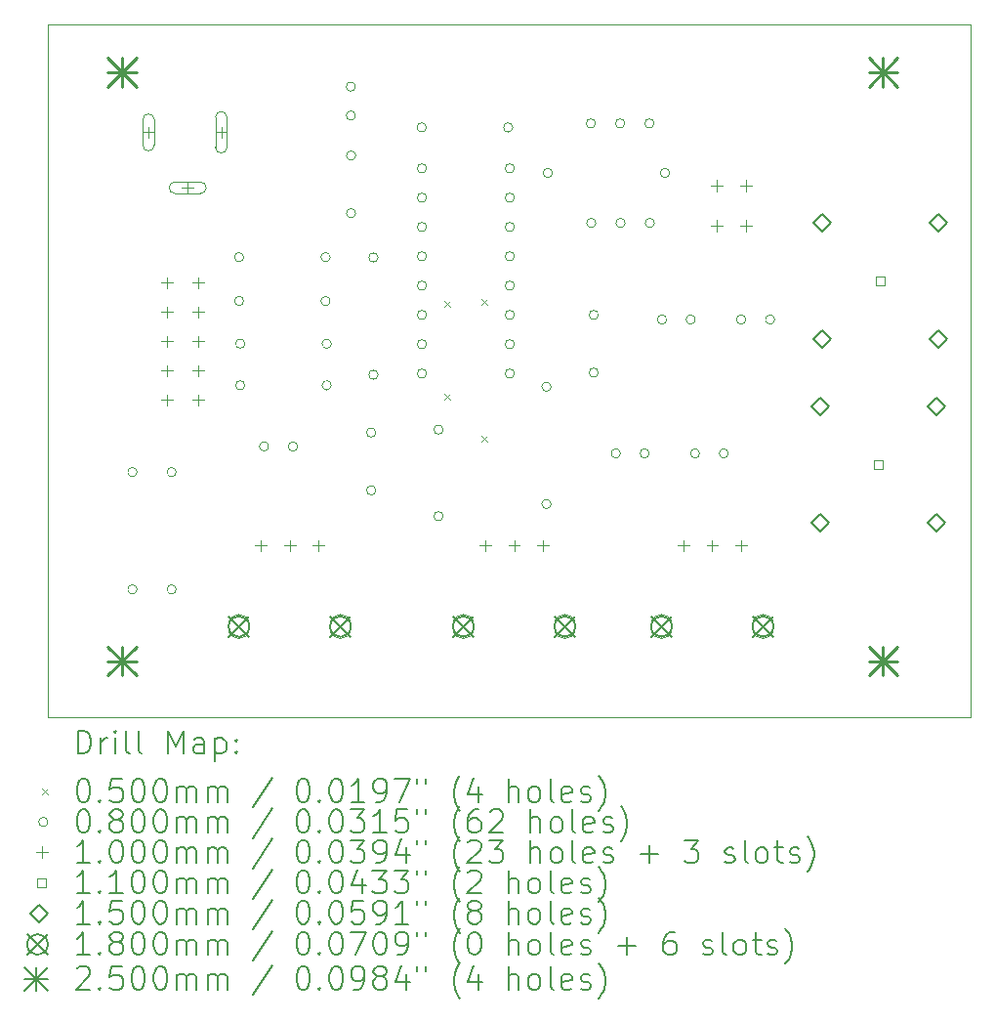
<source format=gbr>
%TF.GenerationSoftware,KiCad,Pcbnew,8.0.4*%
%TF.CreationDate,2024-07-20T11:29:08+02:00*%
%TF.ProjectId,Generatpr XR-2206,47656e65-7261-4747-9072-2058522d3232,rev?*%
%TF.SameCoordinates,Original*%
%TF.FileFunction,Drillmap*%
%TF.FilePolarity,Positive*%
%FSLAX45Y45*%
G04 Gerber Fmt 4.5, Leading zero omitted, Abs format (unit mm)*
G04 Created by KiCad (PCBNEW 8.0.4) date 2024-07-20 11:29:08*
%MOMM*%
%LPD*%
G01*
G04 APERTURE LIST*
%ADD10C,0.050000*%
%ADD11C,0.200000*%
%ADD12C,0.100000*%
%ADD13C,0.110000*%
%ADD14C,0.150000*%
%ADD15C,0.180000*%
%ADD16C,0.250000*%
G04 APERTURE END LIST*
D10*
X12360000Y-4487000D02*
X20360000Y-4487000D01*
X20360000Y-10487000D01*
X12360000Y-10487000D01*
X12360000Y-4487000D01*
D11*
D12*
X15794000Y-6881500D02*
X15844000Y-6931500D01*
X15844000Y-6881500D02*
X15794000Y-6931500D01*
X15794000Y-7684000D02*
X15844000Y-7734000D01*
X15844000Y-7684000D02*
X15794000Y-7734000D01*
X16120000Y-6859000D02*
X16170000Y-6909000D01*
X16170000Y-6859000D02*
X16120000Y-6909000D01*
X16120000Y-8047000D02*
X16170000Y-8097000D01*
X16170000Y-8047000D02*
X16120000Y-8097000D01*
X13130000Y-8362000D02*
G75*
G02*
X13050000Y-8362000I-40000J0D01*
G01*
X13050000Y-8362000D02*
G75*
G02*
X13130000Y-8362000I40000J0D01*
G01*
X13130000Y-9378000D02*
G75*
G02*
X13050000Y-9378000I-40000J0D01*
G01*
X13050000Y-9378000D02*
G75*
G02*
X13130000Y-9378000I40000J0D01*
G01*
X13470000Y-8362000D02*
G75*
G02*
X13390000Y-8362000I-40000J0D01*
G01*
X13390000Y-8362000D02*
G75*
G02*
X13470000Y-8362000I40000J0D01*
G01*
X13470000Y-9378000D02*
G75*
G02*
X13390000Y-9378000I-40000J0D01*
G01*
X13390000Y-9378000D02*
G75*
G02*
X13470000Y-9378000I40000J0D01*
G01*
X14055000Y-6500000D02*
G75*
G02*
X13975000Y-6500000I-40000J0D01*
G01*
X13975000Y-6500000D02*
G75*
G02*
X14055000Y-6500000I40000J0D01*
G01*
X14055000Y-6880000D02*
G75*
G02*
X13975000Y-6880000I-40000J0D01*
G01*
X13975000Y-6880000D02*
G75*
G02*
X14055000Y-6880000I40000J0D01*
G01*
X14065000Y-7250000D02*
G75*
G02*
X13985000Y-7250000I-40000J0D01*
G01*
X13985000Y-7250000D02*
G75*
G02*
X14065000Y-7250000I40000J0D01*
G01*
X14065000Y-7610000D02*
G75*
G02*
X13985000Y-7610000I-40000J0D01*
G01*
X13985000Y-7610000D02*
G75*
G02*
X14065000Y-7610000I40000J0D01*
G01*
X14271762Y-8140000D02*
G75*
G02*
X14191762Y-8140000I-40000J0D01*
G01*
X14191762Y-8140000D02*
G75*
G02*
X14271762Y-8140000I40000J0D01*
G01*
X14521762Y-8140000D02*
G75*
G02*
X14441762Y-8140000I-40000J0D01*
G01*
X14441762Y-8140000D02*
G75*
G02*
X14521762Y-8140000I40000J0D01*
G01*
X14805000Y-6500000D02*
G75*
G02*
X14725000Y-6500000I-40000J0D01*
G01*
X14725000Y-6500000D02*
G75*
G02*
X14805000Y-6500000I40000J0D01*
G01*
X14805000Y-6880000D02*
G75*
G02*
X14725000Y-6880000I-40000J0D01*
G01*
X14725000Y-6880000D02*
G75*
G02*
X14805000Y-6880000I40000J0D01*
G01*
X14815000Y-7250000D02*
G75*
G02*
X14735000Y-7250000I-40000J0D01*
G01*
X14735000Y-7250000D02*
G75*
G02*
X14815000Y-7250000I40000J0D01*
G01*
X14815000Y-7610000D02*
G75*
G02*
X14735000Y-7610000I-40000J0D01*
G01*
X14735000Y-7610000D02*
G75*
G02*
X14815000Y-7610000I40000J0D01*
G01*
X15024000Y-5022238D02*
G75*
G02*
X14944000Y-5022238I-40000J0D01*
G01*
X14944000Y-5022238D02*
G75*
G02*
X15024000Y-5022238I40000J0D01*
G01*
X15024000Y-5272238D02*
G75*
G02*
X14944000Y-5272238I-40000J0D01*
G01*
X14944000Y-5272238D02*
G75*
G02*
X15024000Y-5272238I40000J0D01*
G01*
X15026000Y-5618000D02*
G75*
G02*
X14946000Y-5618000I-40000J0D01*
G01*
X14946000Y-5618000D02*
G75*
G02*
X15026000Y-5618000I40000J0D01*
G01*
X15026000Y-6118000D02*
G75*
G02*
X14946000Y-6118000I-40000J0D01*
G01*
X14946000Y-6118000D02*
G75*
G02*
X15026000Y-6118000I40000J0D01*
G01*
X15200000Y-8020000D02*
G75*
G02*
X15120000Y-8020000I-40000J0D01*
G01*
X15120000Y-8020000D02*
G75*
G02*
X15200000Y-8020000I40000J0D01*
G01*
X15200000Y-8520000D02*
G75*
G02*
X15120000Y-8520000I-40000J0D01*
G01*
X15120000Y-8520000D02*
G75*
G02*
X15200000Y-8520000I40000J0D01*
G01*
X15220000Y-6502000D02*
G75*
G02*
X15140000Y-6502000I-40000J0D01*
G01*
X15140000Y-6502000D02*
G75*
G02*
X15220000Y-6502000I40000J0D01*
G01*
X15220000Y-7518000D02*
G75*
G02*
X15140000Y-7518000I-40000J0D01*
G01*
X15140000Y-7518000D02*
G75*
G02*
X15220000Y-7518000I40000J0D01*
G01*
X15638000Y-5375000D02*
G75*
G02*
X15558000Y-5375000I-40000J0D01*
G01*
X15558000Y-5375000D02*
G75*
G02*
X15638000Y-5375000I40000J0D01*
G01*
X15640000Y-5730000D02*
G75*
G02*
X15560000Y-5730000I-40000J0D01*
G01*
X15560000Y-5730000D02*
G75*
G02*
X15640000Y-5730000I40000J0D01*
G01*
X15640000Y-5984000D02*
G75*
G02*
X15560000Y-5984000I-40000J0D01*
G01*
X15560000Y-5984000D02*
G75*
G02*
X15640000Y-5984000I40000J0D01*
G01*
X15640000Y-6238000D02*
G75*
G02*
X15560000Y-6238000I-40000J0D01*
G01*
X15560000Y-6238000D02*
G75*
G02*
X15640000Y-6238000I40000J0D01*
G01*
X15640000Y-6492000D02*
G75*
G02*
X15560000Y-6492000I-40000J0D01*
G01*
X15560000Y-6492000D02*
G75*
G02*
X15640000Y-6492000I40000J0D01*
G01*
X15640000Y-6746000D02*
G75*
G02*
X15560000Y-6746000I-40000J0D01*
G01*
X15560000Y-6746000D02*
G75*
G02*
X15640000Y-6746000I40000J0D01*
G01*
X15640000Y-7000000D02*
G75*
G02*
X15560000Y-7000000I-40000J0D01*
G01*
X15560000Y-7000000D02*
G75*
G02*
X15640000Y-7000000I40000J0D01*
G01*
X15640000Y-7254000D02*
G75*
G02*
X15560000Y-7254000I-40000J0D01*
G01*
X15560000Y-7254000D02*
G75*
G02*
X15640000Y-7254000I40000J0D01*
G01*
X15640000Y-7508000D02*
G75*
G02*
X15560000Y-7508000I-40000J0D01*
G01*
X15560000Y-7508000D02*
G75*
G02*
X15640000Y-7508000I40000J0D01*
G01*
X15784000Y-7994000D02*
G75*
G02*
X15704000Y-7994000I-40000J0D01*
G01*
X15704000Y-7994000D02*
G75*
G02*
X15784000Y-7994000I40000J0D01*
G01*
X15784000Y-8744000D02*
G75*
G02*
X15704000Y-8744000I-40000J0D01*
G01*
X15704000Y-8744000D02*
G75*
G02*
X15784000Y-8744000I40000J0D01*
G01*
X16388000Y-5375000D02*
G75*
G02*
X16308000Y-5375000I-40000J0D01*
G01*
X16308000Y-5375000D02*
G75*
G02*
X16388000Y-5375000I40000J0D01*
G01*
X16402000Y-5730000D02*
G75*
G02*
X16322000Y-5730000I-40000J0D01*
G01*
X16322000Y-5730000D02*
G75*
G02*
X16402000Y-5730000I40000J0D01*
G01*
X16402000Y-5984000D02*
G75*
G02*
X16322000Y-5984000I-40000J0D01*
G01*
X16322000Y-5984000D02*
G75*
G02*
X16402000Y-5984000I40000J0D01*
G01*
X16402000Y-6238000D02*
G75*
G02*
X16322000Y-6238000I-40000J0D01*
G01*
X16322000Y-6238000D02*
G75*
G02*
X16402000Y-6238000I40000J0D01*
G01*
X16402000Y-6492000D02*
G75*
G02*
X16322000Y-6492000I-40000J0D01*
G01*
X16322000Y-6492000D02*
G75*
G02*
X16402000Y-6492000I40000J0D01*
G01*
X16402000Y-6746000D02*
G75*
G02*
X16322000Y-6746000I-40000J0D01*
G01*
X16322000Y-6746000D02*
G75*
G02*
X16402000Y-6746000I40000J0D01*
G01*
X16402000Y-7000000D02*
G75*
G02*
X16322000Y-7000000I-40000J0D01*
G01*
X16322000Y-7000000D02*
G75*
G02*
X16402000Y-7000000I40000J0D01*
G01*
X16402000Y-7254000D02*
G75*
G02*
X16322000Y-7254000I-40000J0D01*
G01*
X16322000Y-7254000D02*
G75*
G02*
X16402000Y-7254000I40000J0D01*
G01*
X16402000Y-7508000D02*
G75*
G02*
X16322000Y-7508000I-40000J0D01*
G01*
X16322000Y-7508000D02*
G75*
G02*
X16402000Y-7508000I40000J0D01*
G01*
X16720000Y-7622000D02*
G75*
G02*
X16640000Y-7622000I-40000J0D01*
G01*
X16640000Y-7622000D02*
G75*
G02*
X16720000Y-7622000I40000J0D01*
G01*
X16720000Y-8638000D02*
G75*
G02*
X16640000Y-8638000I-40000J0D01*
G01*
X16640000Y-8638000D02*
G75*
G02*
X16720000Y-8638000I40000J0D01*
G01*
X16732000Y-5770000D02*
G75*
G02*
X16652000Y-5770000I-40000J0D01*
G01*
X16652000Y-5770000D02*
G75*
G02*
X16732000Y-5770000I40000J0D01*
G01*
X17105000Y-5340000D02*
G75*
G02*
X17025000Y-5340000I-40000J0D01*
G01*
X17025000Y-5340000D02*
G75*
G02*
X17105000Y-5340000I40000J0D01*
G01*
X17109000Y-6204000D02*
G75*
G02*
X17029000Y-6204000I-40000J0D01*
G01*
X17029000Y-6204000D02*
G75*
G02*
X17109000Y-6204000I40000J0D01*
G01*
X17130000Y-7000000D02*
G75*
G02*
X17050000Y-7000000I-40000J0D01*
G01*
X17050000Y-7000000D02*
G75*
G02*
X17130000Y-7000000I40000J0D01*
G01*
X17130000Y-7500000D02*
G75*
G02*
X17050000Y-7500000I-40000J0D01*
G01*
X17050000Y-7500000D02*
G75*
G02*
X17130000Y-7500000I40000J0D01*
G01*
X17321762Y-8200000D02*
G75*
G02*
X17241762Y-8200000I-40000J0D01*
G01*
X17241762Y-8200000D02*
G75*
G02*
X17321762Y-8200000I40000J0D01*
G01*
X17359000Y-5340000D02*
G75*
G02*
X17279000Y-5340000I-40000J0D01*
G01*
X17279000Y-5340000D02*
G75*
G02*
X17359000Y-5340000I40000J0D01*
G01*
X17363000Y-6204000D02*
G75*
G02*
X17283000Y-6204000I-40000J0D01*
G01*
X17283000Y-6204000D02*
G75*
G02*
X17363000Y-6204000I40000J0D01*
G01*
X17571762Y-8200000D02*
G75*
G02*
X17491762Y-8200000I-40000J0D01*
G01*
X17491762Y-8200000D02*
G75*
G02*
X17571762Y-8200000I40000J0D01*
G01*
X17613000Y-5340000D02*
G75*
G02*
X17533000Y-5340000I-40000J0D01*
G01*
X17533000Y-5340000D02*
G75*
G02*
X17613000Y-5340000I40000J0D01*
G01*
X17617000Y-6204000D02*
G75*
G02*
X17537000Y-6204000I-40000J0D01*
G01*
X17537000Y-6204000D02*
G75*
G02*
X17617000Y-6204000I40000J0D01*
G01*
X17721762Y-7040000D02*
G75*
G02*
X17641762Y-7040000I-40000J0D01*
G01*
X17641762Y-7040000D02*
G75*
G02*
X17721762Y-7040000I40000J0D01*
G01*
X17748000Y-5770000D02*
G75*
G02*
X17668000Y-5770000I-40000J0D01*
G01*
X17668000Y-5770000D02*
G75*
G02*
X17748000Y-5770000I40000J0D01*
G01*
X17971762Y-7040000D02*
G75*
G02*
X17891762Y-7040000I-40000J0D01*
G01*
X17891762Y-7040000D02*
G75*
G02*
X17971762Y-7040000I40000J0D01*
G01*
X18008238Y-8200000D02*
G75*
G02*
X17928238Y-8200000I-40000J0D01*
G01*
X17928238Y-8200000D02*
G75*
G02*
X18008238Y-8200000I40000J0D01*
G01*
X18258238Y-8200000D02*
G75*
G02*
X18178238Y-8200000I-40000J0D01*
G01*
X18178238Y-8200000D02*
G75*
G02*
X18258238Y-8200000I40000J0D01*
G01*
X18408238Y-7040000D02*
G75*
G02*
X18328238Y-7040000I-40000J0D01*
G01*
X18328238Y-7040000D02*
G75*
G02*
X18408238Y-7040000I40000J0D01*
G01*
X18658238Y-7040000D02*
G75*
G02*
X18578238Y-7040000I-40000J0D01*
G01*
X18578238Y-7040000D02*
G75*
G02*
X18658238Y-7040000I40000J0D01*
G01*
X13230000Y-5368000D02*
X13230000Y-5468000D01*
X13180000Y-5418000D02*
X13280000Y-5418000D01*
X13180000Y-5308000D02*
X13180000Y-5528000D01*
X13280000Y-5528000D02*
G75*
G02*
X13180000Y-5528000I-50000J0D01*
G01*
X13280000Y-5528000D02*
X13280000Y-5308000D01*
X13280000Y-5308000D02*
G75*
G03*
X13180000Y-5308000I-50000J0D01*
G01*
X13390000Y-6672000D02*
X13390000Y-6772000D01*
X13340000Y-6722000D02*
X13440000Y-6722000D01*
X13390000Y-6926000D02*
X13390000Y-7026000D01*
X13340000Y-6976000D02*
X13440000Y-6976000D01*
X13390000Y-7180000D02*
X13390000Y-7280000D01*
X13340000Y-7230000D02*
X13440000Y-7230000D01*
X13390000Y-7434000D02*
X13390000Y-7534000D01*
X13340000Y-7484000D02*
X13440000Y-7484000D01*
X13390000Y-7688000D02*
X13390000Y-7788000D01*
X13340000Y-7738000D02*
X13440000Y-7738000D01*
X13570000Y-5848000D02*
X13570000Y-5948000D01*
X13520000Y-5898000D02*
X13620000Y-5898000D01*
X13680000Y-5848000D02*
X13460000Y-5848000D01*
X13460000Y-5948000D02*
G75*
G02*
X13460000Y-5848000I0J50000D01*
G01*
X13460000Y-5948000D02*
X13680000Y-5948000D01*
X13680000Y-5948000D02*
G75*
G03*
X13680000Y-5848000I0J50000D01*
G01*
X13660000Y-6672000D02*
X13660000Y-6772000D01*
X13610000Y-6722000D02*
X13710000Y-6722000D01*
X13660000Y-6926000D02*
X13660000Y-7026000D01*
X13610000Y-6976000D02*
X13710000Y-6976000D01*
X13660000Y-7180000D02*
X13660000Y-7280000D01*
X13610000Y-7230000D02*
X13710000Y-7230000D01*
X13660000Y-7434000D02*
X13660000Y-7534000D01*
X13610000Y-7484000D02*
X13710000Y-7484000D01*
X13660000Y-7688000D02*
X13660000Y-7788000D01*
X13610000Y-7738000D02*
X13710000Y-7738000D01*
X13860000Y-5368000D02*
X13860000Y-5468000D01*
X13810000Y-5418000D02*
X13910000Y-5418000D01*
X13810000Y-5288000D02*
X13810000Y-5548000D01*
X13910000Y-5548000D02*
G75*
G02*
X13810000Y-5548000I-50000J0D01*
G01*
X13910000Y-5548000D02*
X13910000Y-5288000D01*
X13910000Y-5288000D02*
G75*
G03*
X13810000Y-5288000I-50000J0D01*
G01*
X14204000Y-8950000D02*
X14204000Y-9050000D01*
X14154000Y-9000000D02*
X14254000Y-9000000D01*
X14454000Y-8950000D02*
X14454000Y-9050000D01*
X14404000Y-9000000D02*
X14504000Y-9000000D01*
X14704000Y-8950000D02*
X14704000Y-9050000D01*
X14654000Y-9000000D02*
X14754000Y-9000000D01*
X16150000Y-8950000D02*
X16150000Y-9050000D01*
X16100000Y-9000000D02*
X16200000Y-9000000D01*
X16400000Y-8950000D02*
X16400000Y-9050000D01*
X16350000Y-9000000D02*
X16450000Y-9000000D01*
X16650000Y-8950000D02*
X16650000Y-9050000D01*
X16600000Y-9000000D02*
X16700000Y-9000000D01*
X17868000Y-8950000D02*
X17868000Y-9050000D01*
X17818000Y-9000000D02*
X17918000Y-9000000D01*
X18118000Y-8950000D02*
X18118000Y-9050000D01*
X18068000Y-9000000D02*
X18168000Y-9000000D01*
X18153500Y-5830000D02*
X18153500Y-5930000D01*
X18103500Y-5880000D02*
X18203500Y-5880000D01*
X18153500Y-6180000D02*
X18153500Y-6280000D01*
X18103500Y-6230000D02*
X18203500Y-6230000D01*
X18368000Y-8950000D02*
X18368000Y-9050000D01*
X18318000Y-9000000D02*
X18418000Y-9000000D01*
X18407500Y-5830000D02*
X18407500Y-5930000D01*
X18357500Y-5880000D02*
X18457500Y-5880000D01*
X18407500Y-6180000D02*
X18407500Y-6280000D01*
X18357500Y-6230000D02*
X18457500Y-6230000D01*
D13*
X19595891Y-8335891D02*
X19595891Y-8258109D01*
X19518109Y-8258109D01*
X19518109Y-8335891D01*
X19595891Y-8335891D01*
X19612391Y-6742891D02*
X19612391Y-6665109D01*
X19534609Y-6665109D01*
X19534609Y-6742891D01*
X19612391Y-6742891D01*
D14*
X19054500Y-7869500D02*
X19129500Y-7794500D01*
X19054500Y-7719500D01*
X18979500Y-7794500D01*
X19054500Y-7869500D01*
X19054500Y-8874500D02*
X19129500Y-8799500D01*
X19054500Y-8724500D01*
X18979500Y-8799500D01*
X19054500Y-8874500D01*
X19071000Y-6276500D02*
X19146000Y-6201500D01*
X19071000Y-6126500D01*
X18996000Y-6201500D01*
X19071000Y-6276500D01*
X19071000Y-7281500D02*
X19146000Y-7206500D01*
X19071000Y-7131500D01*
X18996000Y-7206500D01*
X19071000Y-7281500D01*
X20059500Y-7869500D02*
X20134500Y-7794500D01*
X20059500Y-7719500D01*
X19984500Y-7794500D01*
X20059500Y-7869500D01*
X20059500Y-8874500D02*
X20134500Y-8799500D01*
X20059500Y-8724500D01*
X19984500Y-8799500D01*
X20059500Y-8874500D01*
X20076000Y-6276500D02*
X20151000Y-6201500D01*
X20076000Y-6126500D01*
X20001000Y-6201500D01*
X20076000Y-6276500D01*
X20076000Y-7281500D02*
X20151000Y-7206500D01*
X20076000Y-7131500D01*
X20001000Y-7206500D01*
X20076000Y-7281500D01*
D15*
X13924000Y-9610000D02*
X14104000Y-9790000D01*
X14104000Y-9610000D02*
X13924000Y-9790000D01*
X14104000Y-9700000D02*
G75*
G02*
X13924000Y-9700000I-90000J0D01*
G01*
X13924000Y-9700000D02*
G75*
G02*
X14104000Y-9700000I90000J0D01*
G01*
D12*
X13924000Y-9685000D02*
X13924000Y-9715000D01*
X14104000Y-9715000D02*
G75*
G02*
X13924000Y-9715000I-90000J0D01*
G01*
X14104000Y-9715000D02*
X14104000Y-9685000D01*
X14104000Y-9685000D02*
G75*
G03*
X13924000Y-9685000I-90000J0D01*
G01*
D15*
X14804000Y-9610000D02*
X14984000Y-9790000D01*
X14984000Y-9610000D02*
X14804000Y-9790000D01*
X14984000Y-9700000D02*
G75*
G02*
X14804000Y-9700000I-90000J0D01*
G01*
X14804000Y-9700000D02*
G75*
G02*
X14984000Y-9700000I90000J0D01*
G01*
D12*
X14804000Y-9685000D02*
X14804000Y-9715000D01*
X14984000Y-9715000D02*
G75*
G02*
X14804000Y-9715000I-90000J0D01*
G01*
X14984000Y-9715000D02*
X14984000Y-9685000D01*
X14984000Y-9685000D02*
G75*
G03*
X14804000Y-9685000I-90000J0D01*
G01*
D15*
X15870000Y-9610000D02*
X16050000Y-9790000D01*
X16050000Y-9610000D02*
X15870000Y-9790000D01*
X16050000Y-9700000D02*
G75*
G02*
X15870000Y-9700000I-90000J0D01*
G01*
X15870000Y-9700000D02*
G75*
G02*
X16050000Y-9700000I90000J0D01*
G01*
D12*
X15870000Y-9685000D02*
X15870000Y-9715000D01*
X16050000Y-9715000D02*
G75*
G02*
X15870000Y-9715000I-90000J0D01*
G01*
X16050000Y-9715000D02*
X16050000Y-9685000D01*
X16050000Y-9685000D02*
G75*
G03*
X15870000Y-9685000I-90000J0D01*
G01*
D15*
X16750000Y-9610000D02*
X16930000Y-9790000D01*
X16930000Y-9610000D02*
X16750000Y-9790000D01*
X16930000Y-9700000D02*
G75*
G02*
X16750000Y-9700000I-90000J0D01*
G01*
X16750000Y-9700000D02*
G75*
G02*
X16930000Y-9700000I90000J0D01*
G01*
D12*
X16750000Y-9685000D02*
X16750000Y-9715000D01*
X16930000Y-9715000D02*
G75*
G02*
X16750000Y-9715000I-90000J0D01*
G01*
X16930000Y-9715000D02*
X16930000Y-9685000D01*
X16930000Y-9685000D02*
G75*
G03*
X16750000Y-9685000I-90000J0D01*
G01*
D15*
X17588000Y-9610000D02*
X17768000Y-9790000D01*
X17768000Y-9610000D02*
X17588000Y-9790000D01*
X17768000Y-9700000D02*
G75*
G02*
X17588000Y-9700000I-90000J0D01*
G01*
X17588000Y-9700000D02*
G75*
G02*
X17768000Y-9700000I90000J0D01*
G01*
D12*
X17588000Y-9685000D02*
X17588000Y-9715000D01*
X17768000Y-9715000D02*
G75*
G02*
X17588000Y-9715000I-90000J0D01*
G01*
X17768000Y-9715000D02*
X17768000Y-9685000D01*
X17768000Y-9685000D02*
G75*
G03*
X17588000Y-9685000I-90000J0D01*
G01*
D15*
X18468000Y-9610000D02*
X18648000Y-9790000D01*
X18648000Y-9610000D02*
X18468000Y-9790000D01*
X18648000Y-9700000D02*
G75*
G02*
X18468000Y-9700000I-90000J0D01*
G01*
X18468000Y-9700000D02*
G75*
G02*
X18648000Y-9700000I90000J0D01*
G01*
D12*
X18468000Y-9685000D02*
X18468000Y-9715000D01*
X18648000Y-9715000D02*
G75*
G02*
X18468000Y-9715000I-90000J0D01*
G01*
X18648000Y-9715000D02*
X18648000Y-9685000D01*
X18648000Y-9685000D02*
G75*
G03*
X18468000Y-9685000I-90000J0D01*
G01*
D16*
X12875000Y-4775000D02*
X13125000Y-5025000D01*
X13125000Y-4775000D02*
X12875000Y-5025000D01*
X13000000Y-4775000D02*
X13000000Y-5025000D01*
X12875000Y-4900000D02*
X13125000Y-4900000D01*
X12875000Y-9875000D02*
X13125000Y-10125000D01*
X13125000Y-9875000D02*
X12875000Y-10125000D01*
X13000000Y-9875000D02*
X13000000Y-10125000D01*
X12875000Y-10000000D02*
X13125000Y-10000000D01*
X19475000Y-4775000D02*
X19725000Y-5025000D01*
X19725000Y-4775000D02*
X19475000Y-5025000D01*
X19600000Y-4775000D02*
X19600000Y-5025000D01*
X19475000Y-4900000D02*
X19725000Y-4900000D01*
X19475000Y-9875000D02*
X19725000Y-10125000D01*
X19725000Y-9875000D02*
X19475000Y-10125000D01*
X19600000Y-9875000D02*
X19600000Y-10125000D01*
X19475000Y-10000000D02*
X19725000Y-10000000D01*
D11*
X12618277Y-10800984D02*
X12618277Y-10600984D01*
X12618277Y-10600984D02*
X12665896Y-10600984D01*
X12665896Y-10600984D02*
X12694467Y-10610508D01*
X12694467Y-10610508D02*
X12713515Y-10629555D01*
X12713515Y-10629555D02*
X12723039Y-10648603D01*
X12723039Y-10648603D02*
X12732562Y-10686698D01*
X12732562Y-10686698D02*
X12732562Y-10715270D01*
X12732562Y-10715270D02*
X12723039Y-10753365D01*
X12723039Y-10753365D02*
X12713515Y-10772412D01*
X12713515Y-10772412D02*
X12694467Y-10791460D01*
X12694467Y-10791460D02*
X12665896Y-10800984D01*
X12665896Y-10800984D02*
X12618277Y-10800984D01*
X12818277Y-10800984D02*
X12818277Y-10667650D01*
X12818277Y-10705746D02*
X12827801Y-10686698D01*
X12827801Y-10686698D02*
X12837324Y-10677174D01*
X12837324Y-10677174D02*
X12856372Y-10667650D01*
X12856372Y-10667650D02*
X12875420Y-10667650D01*
X12942086Y-10800984D02*
X12942086Y-10667650D01*
X12942086Y-10600984D02*
X12932562Y-10610508D01*
X12932562Y-10610508D02*
X12942086Y-10620031D01*
X12942086Y-10620031D02*
X12951610Y-10610508D01*
X12951610Y-10610508D02*
X12942086Y-10600984D01*
X12942086Y-10600984D02*
X12942086Y-10620031D01*
X13065896Y-10800984D02*
X13046848Y-10791460D01*
X13046848Y-10791460D02*
X13037324Y-10772412D01*
X13037324Y-10772412D02*
X13037324Y-10600984D01*
X13170658Y-10800984D02*
X13151610Y-10791460D01*
X13151610Y-10791460D02*
X13142086Y-10772412D01*
X13142086Y-10772412D02*
X13142086Y-10600984D01*
X13399229Y-10800984D02*
X13399229Y-10600984D01*
X13399229Y-10600984D02*
X13465896Y-10743841D01*
X13465896Y-10743841D02*
X13532562Y-10600984D01*
X13532562Y-10600984D02*
X13532562Y-10800984D01*
X13713515Y-10800984D02*
X13713515Y-10696222D01*
X13713515Y-10696222D02*
X13703991Y-10677174D01*
X13703991Y-10677174D02*
X13684943Y-10667650D01*
X13684943Y-10667650D02*
X13646848Y-10667650D01*
X13646848Y-10667650D02*
X13627801Y-10677174D01*
X13713515Y-10791460D02*
X13694467Y-10800984D01*
X13694467Y-10800984D02*
X13646848Y-10800984D01*
X13646848Y-10800984D02*
X13627801Y-10791460D01*
X13627801Y-10791460D02*
X13618277Y-10772412D01*
X13618277Y-10772412D02*
X13618277Y-10753365D01*
X13618277Y-10753365D02*
X13627801Y-10734317D01*
X13627801Y-10734317D02*
X13646848Y-10724793D01*
X13646848Y-10724793D02*
X13694467Y-10724793D01*
X13694467Y-10724793D02*
X13713515Y-10715270D01*
X13808753Y-10667650D02*
X13808753Y-10867650D01*
X13808753Y-10677174D02*
X13827801Y-10667650D01*
X13827801Y-10667650D02*
X13865896Y-10667650D01*
X13865896Y-10667650D02*
X13884943Y-10677174D01*
X13884943Y-10677174D02*
X13894467Y-10686698D01*
X13894467Y-10686698D02*
X13903991Y-10705746D01*
X13903991Y-10705746D02*
X13903991Y-10762889D01*
X13903991Y-10762889D02*
X13894467Y-10781936D01*
X13894467Y-10781936D02*
X13884943Y-10791460D01*
X13884943Y-10791460D02*
X13865896Y-10800984D01*
X13865896Y-10800984D02*
X13827801Y-10800984D01*
X13827801Y-10800984D02*
X13808753Y-10791460D01*
X13989705Y-10781936D02*
X13999229Y-10791460D01*
X13999229Y-10791460D02*
X13989705Y-10800984D01*
X13989705Y-10800984D02*
X13980182Y-10791460D01*
X13980182Y-10791460D02*
X13989705Y-10781936D01*
X13989705Y-10781936D02*
X13989705Y-10800984D01*
X13989705Y-10677174D02*
X13999229Y-10686698D01*
X13999229Y-10686698D02*
X13989705Y-10696222D01*
X13989705Y-10696222D02*
X13980182Y-10686698D01*
X13980182Y-10686698D02*
X13989705Y-10677174D01*
X13989705Y-10677174D02*
X13989705Y-10696222D01*
D12*
X12307500Y-11104500D02*
X12357500Y-11154500D01*
X12357500Y-11104500D02*
X12307500Y-11154500D01*
D11*
X12656372Y-11020984D02*
X12675420Y-11020984D01*
X12675420Y-11020984D02*
X12694467Y-11030508D01*
X12694467Y-11030508D02*
X12703991Y-11040031D01*
X12703991Y-11040031D02*
X12713515Y-11059079D01*
X12713515Y-11059079D02*
X12723039Y-11097174D01*
X12723039Y-11097174D02*
X12723039Y-11144793D01*
X12723039Y-11144793D02*
X12713515Y-11182889D01*
X12713515Y-11182889D02*
X12703991Y-11201936D01*
X12703991Y-11201936D02*
X12694467Y-11211460D01*
X12694467Y-11211460D02*
X12675420Y-11220984D01*
X12675420Y-11220984D02*
X12656372Y-11220984D01*
X12656372Y-11220984D02*
X12637324Y-11211460D01*
X12637324Y-11211460D02*
X12627801Y-11201936D01*
X12627801Y-11201936D02*
X12618277Y-11182889D01*
X12618277Y-11182889D02*
X12608753Y-11144793D01*
X12608753Y-11144793D02*
X12608753Y-11097174D01*
X12608753Y-11097174D02*
X12618277Y-11059079D01*
X12618277Y-11059079D02*
X12627801Y-11040031D01*
X12627801Y-11040031D02*
X12637324Y-11030508D01*
X12637324Y-11030508D02*
X12656372Y-11020984D01*
X12808753Y-11201936D02*
X12818277Y-11211460D01*
X12818277Y-11211460D02*
X12808753Y-11220984D01*
X12808753Y-11220984D02*
X12799229Y-11211460D01*
X12799229Y-11211460D02*
X12808753Y-11201936D01*
X12808753Y-11201936D02*
X12808753Y-11220984D01*
X12999229Y-11020984D02*
X12903991Y-11020984D01*
X12903991Y-11020984D02*
X12894467Y-11116222D01*
X12894467Y-11116222D02*
X12903991Y-11106698D01*
X12903991Y-11106698D02*
X12923039Y-11097174D01*
X12923039Y-11097174D02*
X12970658Y-11097174D01*
X12970658Y-11097174D02*
X12989705Y-11106698D01*
X12989705Y-11106698D02*
X12999229Y-11116222D01*
X12999229Y-11116222D02*
X13008753Y-11135270D01*
X13008753Y-11135270D02*
X13008753Y-11182889D01*
X13008753Y-11182889D02*
X12999229Y-11201936D01*
X12999229Y-11201936D02*
X12989705Y-11211460D01*
X12989705Y-11211460D02*
X12970658Y-11220984D01*
X12970658Y-11220984D02*
X12923039Y-11220984D01*
X12923039Y-11220984D02*
X12903991Y-11211460D01*
X12903991Y-11211460D02*
X12894467Y-11201936D01*
X13132562Y-11020984D02*
X13151610Y-11020984D01*
X13151610Y-11020984D02*
X13170658Y-11030508D01*
X13170658Y-11030508D02*
X13180182Y-11040031D01*
X13180182Y-11040031D02*
X13189705Y-11059079D01*
X13189705Y-11059079D02*
X13199229Y-11097174D01*
X13199229Y-11097174D02*
X13199229Y-11144793D01*
X13199229Y-11144793D02*
X13189705Y-11182889D01*
X13189705Y-11182889D02*
X13180182Y-11201936D01*
X13180182Y-11201936D02*
X13170658Y-11211460D01*
X13170658Y-11211460D02*
X13151610Y-11220984D01*
X13151610Y-11220984D02*
X13132562Y-11220984D01*
X13132562Y-11220984D02*
X13113515Y-11211460D01*
X13113515Y-11211460D02*
X13103991Y-11201936D01*
X13103991Y-11201936D02*
X13094467Y-11182889D01*
X13094467Y-11182889D02*
X13084943Y-11144793D01*
X13084943Y-11144793D02*
X13084943Y-11097174D01*
X13084943Y-11097174D02*
X13094467Y-11059079D01*
X13094467Y-11059079D02*
X13103991Y-11040031D01*
X13103991Y-11040031D02*
X13113515Y-11030508D01*
X13113515Y-11030508D02*
X13132562Y-11020984D01*
X13323039Y-11020984D02*
X13342086Y-11020984D01*
X13342086Y-11020984D02*
X13361134Y-11030508D01*
X13361134Y-11030508D02*
X13370658Y-11040031D01*
X13370658Y-11040031D02*
X13380182Y-11059079D01*
X13380182Y-11059079D02*
X13389705Y-11097174D01*
X13389705Y-11097174D02*
X13389705Y-11144793D01*
X13389705Y-11144793D02*
X13380182Y-11182889D01*
X13380182Y-11182889D02*
X13370658Y-11201936D01*
X13370658Y-11201936D02*
X13361134Y-11211460D01*
X13361134Y-11211460D02*
X13342086Y-11220984D01*
X13342086Y-11220984D02*
X13323039Y-11220984D01*
X13323039Y-11220984D02*
X13303991Y-11211460D01*
X13303991Y-11211460D02*
X13294467Y-11201936D01*
X13294467Y-11201936D02*
X13284943Y-11182889D01*
X13284943Y-11182889D02*
X13275420Y-11144793D01*
X13275420Y-11144793D02*
X13275420Y-11097174D01*
X13275420Y-11097174D02*
X13284943Y-11059079D01*
X13284943Y-11059079D02*
X13294467Y-11040031D01*
X13294467Y-11040031D02*
X13303991Y-11030508D01*
X13303991Y-11030508D02*
X13323039Y-11020984D01*
X13475420Y-11220984D02*
X13475420Y-11087650D01*
X13475420Y-11106698D02*
X13484943Y-11097174D01*
X13484943Y-11097174D02*
X13503991Y-11087650D01*
X13503991Y-11087650D02*
X13532563Y-11087650D01*
X13532563Y-11087650D02*
X13551610Y-11097174D01*
X13551610Y-11097174D02*
X13561134Y-11116222D01*
X13561134Y-11116222D02*
X13561134Y-11220984D01*
X13561134Y-11116222D02*
X13570658Y-11097174D01*
X13570658Y-11097174D02*
X13589705Y-11087650D01*
X13589705Y-11087650D02*
X13618277Y-11087650D01*
X13618277Y-11087650D02*
X13637324Y-11097174D01*
X13637324Y-11097174D02*
X13646848Y-11116222D01*
X13646848Y-11116222D02*
X13646848Y-11220984D01*
X13742086Y-11220984D02*
X13742086Y-11087650D01*
X13742086Y-11106698D02*
X13751610Y-11097174D01*
X13751610Y-11097174D02*
X13770658Y-11087650D01*
X13770658Y-11087650D02*
X13799229Y-11087650D01*
X13799229Y-11087650D02*
X13818277Y-11097174D01*
X13818277Y-11097174D02*
X13827801Y-11116222D01*
X13827801Y-11116222D02*
X13827801Y-11220984D01*
X13827801Y-11116222D02*
X13837324Y-11097174D01*
X13837324Y-11097174D02*
X13856372Y-11087650D01*
X13856372Y-11087650D02*
X13884943Y-11087650D01*
X13884943Y-11087650D02*
X13903991Y-11097174D01*
X13903991Y-11097174D02*
X13913515Y-11116222D01*
X13913515Y-11116222D02*
X13913515Y-11220984D01*
X14303991Y-11011460D02*
X14132563Y-11268603D01*
X14561134Y-11020984D02*
X14580182Y-11020984D01*
X14580182Y-11020984D02*
X14599229Y-11030508D01*
X14599229Y-11030508D02*
X14608753Y-11040031D01*
X14608753Y-11040031D02*
X14618277Y-11059079D01*
X14618277Y-11059079D02*
X14627801Y-11097174D01*
X14627801Y-11097174D02*
X14627801Y-11144793D01*
X14627801Y-11144793D02*
X14618277Y-11182889D01*
X14618277Y-11182889D02*
X14608753Y-11201936D01*
X14608753Y-11201936D02*
X14599229Y-11211460D01*
X14599229Y-11211460D02*
X14580182Y-11220984D01*
X14580182Y-11220984D02*
X14561134Y-11220984D01*
X14561134Y-11220984D02*
X14542086Y-11211460D01*
X14542086Y-11211460D02*
X14532563Y-11201936D01*
X14532563Y-11201936D02*
X14523039Y-11182889D01*
X14523039Y-11182889D02*
X14513515Y-11144793D01*
X14513515Y-11144793D02*
X14513515Y-11097174D01*
X14513515Y-11097174D02*
X14523039Y-11059079D01*
X14523039Y-11059079D02*
X14532563Y-11040031D01*
X14532563Y-11040031D02*
X14542086Y-11030508D01*
X14542086Y-11030508D02*
X14561134Y-11020984D01*
X14713515Y-11201936D02*
X14723039Y-11211460D01*
X14723039Y-11211460D02*
X14713515Y-11220984D01*
X14713515Y-11220984D02*
X14703991Y-11211460D01*
X14703991Y-11211460D02*
X14713515Y-11201936D01*
X14713515Y-11201936D02*
X14713515Y-11220984D01*
X14846848Y-11020984D02*
X14865896Y-11020984D01*
X14865896Y-11020984D02*
X14884944Y-11030508D01*
X14884944Y-11030508D02*
X14894467Y-11040031D01*
X14894467Y-11040031D02*
X14903991Y-11059079D01*
X14903991Y-11059079D02*
X14913515Y-11097174D01*
X14913515Y-11097174D02*
X14913515Y-11144793D01*
X14913515Y-11144793D02*
X14903991Y-11182889D01*
X14903991Y-11182889D02*
X14894467Y-11201936D01*
X14894467Y-11201936D02*
X14884944Y-11211460D01*
X14884944Y-11211460D02*
X14865896Y-11220984D01*
X14865896Y-11220984D02*
X14846848Y-11220984D01*
X14846848Y-11220984D02*
X14827801Y-11211460D01*
X14827801Y-11211460D02*
X14818277Y-11201936D01*
X14818277Y-11201936D02*
X14808753Y-11182889D01*
X14808753Y-11182889D02*
X14799229Y-11144793D01*
X14799229Y-11144793D02*
X14799229Y-11097174D01*
X14799229Y-11097174D02*
X14808753Y-11059079D01*
X14808753Y-11059079D02*
X14818277Y-11040031D01*
X14818277Y-11040031D02*
X14827801Y-11030508D01*
X14827801Y-11030508D02*
X14846848Y-11020984D01*
X15103991Y-11220984D02*
X14989706Y-11220984D01*
X15046848Y-11220984D02*
X15046848Y-11020984D01*
X15046848Y-11020984D02*
X15027801Y-11049555D01*
X15027801Y-11049555D02*
X15008753Y-11068603D01*
X15008753Y-11068603D02*
X14989706Y-11078127D01*
X15199229Y-11220984D02*
X15237325Y-11220984D01*
X15237325Y-11220984D02*
X15256372Y-11211460D01*
X15256372Y-11211460D02*
X15265896Y-11201936D01*
X15265896Y-11201936D02*
X15284944Y-11173365D01*
X15284944Y-11173365D02*
X15294467Y-11135270D01*
X15294467Y-11135270D02*
X15294467Y-11059079D01*
X15294467Y-11059079D02*
X15284944Y-11040031D01*
X15284944Y-11040031D02*
X15275420Y-11030508D01*
X15275420Y-11030508D02*
X15256372Y-11020984D01*
X15256372Y-11020984D02*
X15218277Y-11020984D01*
X15218277Y-11020984D02*
X15199229Y-11030508D01*
X15199229Y-11030508D02*
X15189706Y-11040031D01*
X15189706Y-11040031D02*
X15180182Y-11059079D01*
X15180182Y-11059079D02*
X15180182Y-11106698D01*
X15180182Y-11106698D02*
X15189706Y-11125746D01*
X15189706Y-11125746D02*
X15199229Y-11135270D01*
X15199229Y-11135270D02*
X15218277Y-11144793D01*
X15218277Y-11144793D02*
X15256372Y-11144793D01*
X15256372Y-11144793D02*
X15275420Y-11135270D01*
X15275420Y-11135270D02*
X15284944Y-11125746D01*
X15284944Y-11125746D02*
X15294467Y-11106698D01*
X15361134Y-11020984D02*
X15494467Y-11020984D01*
X15494467Y-11020984D02*
X15408753Y-11220984D01*
X15561134Y-11020984D02*
X15561134Y-11059079D01*
X15637325Y-11020984D02*
X15637325Y-11059079D01*
X15932563Y-11297174D02*
X15923039Y-11287650D01*
X15923039Y-11287650D02*
X15903991Y-11259079D01*
X15903991Y-11259079D02*
X15894468Y-11240031D01*
X15894468Y-11240031D02*
X15884944Y-11211460D01*
X15884944Y-11211460D02*
X15875420Y-11163841D01*
X15875420Y-11163841D02*
X15875420Y-11125746D01*
X15875420Y-11125746D02*
X15884944Y-11078127D01*
X15884944Y-11078127D02*
X15894468Y-11049555D01*
X15894468Y-11049555D02*
X15903991Y-11030508D01*
X15903991Y-11030508D02*
X15923039Y-11001936D01*
X15923039Y-11001936D02*
X15932563Y-10992412D01*
X16094468Y-11087650D02*
X16094468Y-11220984D01*
X16046848Y-11011460D02*
X15999229Y-11154317D01*
X15999229Y-11154317D02*
X16123039Y-11154317D01*
X16351610Y-11220984D02*
X16351610Y-11020984D01*
X16437325Y-11220984D02*
X16437325Y-11116222D01*
X16437325Y-11116222D02*
X16427801Y-11097174D01*
X16427801Y-11097174D02*
X16408753Y-11087650D01*
X16408753Y-11087650D02*
X16380182Y-11087650D01*
X16380182Y-11087650D02*
X16361134Y-11097174D01*
X16361134Y-11097174D02*
X16351610Y-11106698D01*
X16561134Y-11220984D02*
X16542087Y-11211460D01*
X16542087Y-11211460D02*
X16532563Y-11201936D01*
X16532563Y-11201936D02*
X16523039Y-11182889D01*
X16523039Y-11182889D02*
X16523039Y-11125746D01*
X16523039Y-11125746D02*
X16532563Y-11106698D01*
X16532563Y-11106698D02*
X16542087Y-11097174D01*
X16542087Y-11097174D02*
X16561134Y-11087650D01*
X16561134Y-11087650D02*
X16589706Y-11087650D01*
X16589706Y-11087650D02*
X16608753Y-11097174D01*
X16608753Y-11097174D02*
X16618277Y-11106698D01*
X16618277Y-11106698D02*
X16627801Y-11125746D01*
X16627801Y-11125746D02*
X16627801Y-11182889D01*
X16627801Y-11182889D02*
X16618277Y-11201936D01*
X16618277Y-11201936D02*
X16608753Y-11211460D01*
X16608753Y-11211460D02*
X16589706Y-11220984D01*
X16589706Y-11220984D02*
X16561134Y-11220984D01*
X16742087Y-11220984D02*
X16723039Y-11211460D01*
X16723039Y-11211460D02*
X16713515Y-11192412D01*
X16713515Y-11192412D02*
X16713515Y-11020984D01*
X16894468Y-11211460D02*
X16875420Y-11220984D01*
X16875420Y-11220984D02*
X16837325Y-11220984D01*
X16837325Y-11220984D02*
X16818277Y-11211460D01*
X16818277Y-11211460D02*
X16808753Y-11192412D01*
X16808753Y-11192412D02*
X16808753Y-11116222D01*
X16808753Y-11116222D02*
X16818277Y-11097174D01*
X16818277Y-11097174D02*
X16837325Y-11087650D01*
X16837325Y-11087650D02*
X16875420Y-11087650D01*
X16875420Y-11087650D02*
X16894468Y-11097174D01*
X16894468Y-11097174D02*
X16903992Y-11116222D01*
X16903992Y-11116222D02*
X16903992Y-11135270D01*
X16903992Y-11135270D02*
X16808753Y-11154317D01*
X16980182Y-11211460D02*
X16999230Y-11220984D01*
X16999230Y-11220984D02*
X17037325Y-11220984D01*
X17037325Y-11220984D02*
X17056373Y-11211460D01*
X17056373Y-11211460D02*
X17065896Y-11192412D01*
X17065896Y-11192412D02*
X17065896Y-11182889D01*
X17065896Y-11182889D02*
X17056373Y-11163841D01*
X17056373Y-11163841D02*
X17037325Y-11154317D01*
X17037325Y-11154317D02*
X17008753Y-11154317D01*
X17008753Y-11154317D02*
X16989706Y-11144793D01*
X16989706Y-11144793D02*
X16980182Y-11125746D01*
X16980182Y-11125746D02*
X16980182Y-11116222D01*
X16980182Y-11116222D02*
X16989706Y-11097174D01*
X16989706Y-11097174D02*
X17008753Y-11087650D01*
X17008753Y-11087650D02*
X17037325Y-11087650D01*
X17037325Y-11087650D02*
X17056373Y-11097174D01*
X17132563Y-11297174D02*
X17142087Y-11287650D01*
X17142087Y-11287650D02*
X17161134Y-11259079D01*
X17161134Y-11259079D02*
X17170658Y-11240031D01*
X17170658Y-11240031D02*
X17180182Y-11211460D01*
X17180182Y-11211460D02*
X17189706Y-11163841D01*
X17189706Y-11163841D02*
X17189706Y-11125746D01*
X17189706Y-11125746D02*
X17180182Y-11078127D01*
X17180182Y-11078127D02*
X17170658Y-11049555D01*
X17170658Y-11049555D02*
X17161134Y-11030508D01*
X17161134Y-11030508D02*
X17142087Y-11001936D01*
X17142087Y-11001936D02*
X17132563Y-10992412D01*
D12*
X12357500Y-11393500D02*
G75*
G02*
X12277500Y-11393500I-40000J0D01*
G01*
X12277500Y-11393500D02*
G75*
G02*
X12357500Y-11393500I40000J0D01*
G01*
D11*
X12656372Y-11284984D02*
X12675420Y-11284984D01*
X12675420Y-11284984D02*
X12694467Y-11294508D01*
X12694467Y-11294508D02*
X12703991Y-11304031D01*
X12703991Y-11304031D02*
X12713515Y-11323079D01*
X12713515Y-11323079D02*
X12723039Y-11361174D01*
X12723039Y-11361174D02*
X12723039Y-11408793D01*
X12723039Y-11408793D02*
X12713515Y-11446888D01*
X12713515Y-11446888D02*
X12703991Y-11465936D01*
X12703991Y-11465936D02*
X12694467Y-11475460D01*
X12694467Y-11475460D02*
X12675420Y-11484984D01*
X12675420Y-11484984D02*
X12656372Y-11484984D01*
X12656372Y-11484984D02*
X12637324Y-11475460D01*
X12637324Y-11475460D02*
X12627801Y-11465936D01*
X12627801Y-11465936D02*
X12618277Y-11446888D01*
X12618277Y-11446888D02*
X12608753Y-11408793D01*
X12608753Y-11408793D02*
X12608753Y-11361174D01*
X12608753Y-11361174D02*
X12618277Y-11323079D01*
X12618277Y-11323079D02*
X12627801Y-11304031D01*
X12627801Y-11304031D02*
X12637324Y-11294508D01*
X12637324Y-11294508D02*
X12656372Y-11284984D01*
X12808753Y-11465936D02*
X12818277Y-11475460D01*
X12818277Y-11475460D02*
X12808753Y-11484984D01*
X12808753Y-11484984D02*
X12799229Y-11475460D01*
X12799229Y-11475460D02*
X12808753Y-11465936D01*
X12808753Y-11465936D02*
X12808753Y-11484984D01*
X12932562Y-11370698D02*
X12913515Y-11361174D01*
X12913515Y-11361174D02*
X12903991Y-11351650D01*
X12903991Y-11351650D02*
X12894467Y-11332603D01*
X12894467Y-11332603D02*
X12894467Y-11323079D01*
X12894467Y-11323079D02*
X12903991Y-11304031D01*
X12903991Y-11304031D02*
X12913515Y-11294508D01*
X12913515Y-11294508D02*
X12932562Y-11284984D01*
X12932562Y-11284984D02*
X12970658Y-11284984D01*
X12970658Y-11284984D02*
X12989705Y-11294508D01*
X12989705Y-11294508D02*
X12999229Y-11304031D01*
X12999229Y-11304031D02*
X13008753Y-11323079D01*
X13008753Y-11323079D02*
X13008753Y-11332603D01*
X13008753Y-11332603D02*
X12999229Y-11351650D01*
X12999229Y-11351650D02*
X12989705Y-11361174D01*
X12989705Y-11361174D02*
X12970658Y-11370698D01*
X12970658Y-11370698D02*
X12932562Y-11370698D01*
X12932562Y-11370698D02*
X12913515Y-11380222D01*
X12913515Y-11380222D02*
X12903991Y-11389746D01*
X12903991Y-11389746D02*
X12894467Y-11408793D01*
X12894467Y-11408793D02*
X12894467Y-11446888D01*
X12894467Y-11446888D02*
X12903991Y-11465936D01*
X12903991Y-11465936D02*
X12913515Y-11475460D01*
X12913515Y-11475460D02*
X12932562Y-11484984D01*
X12932562Y-11484984D02*
X12970658Y-11484984D01*
X12970658Y-11484984D02*
X12989705Y-11475460D01*
X12989705Y-11475460D02*
X12999229Y-11465936D01*
X12999229Y-11465936D02*
X13008753Y-11446888D01*
X13008753Y-11446888D02*
X13008753Y-11408793D01*
X13008753Y-11408793D02*
X12999229Y-11389746D01*
X12999229Y-11389746D02*
X12989705Y-11380222D01*
X12989705Y-11380222D02*
X12970658Y-11370698D01*
X13132562Y-11284984D02*
X13151610Y-11284984D01*
X13151610Y-11284984D02*
X13170658Y-11294508D01*
X13170658Y-11294508D02*
X13180182Y-11304031D01*
X13180182Y-11304031D02*
X13189705Y-11323079D01*
X13189705Y-11323079D02*
X13199229Y-11361174D01*
X13199229Y-11361174D02*
X13199229Y-11408793D01*
X13199229Y-11408793D02*
X13189705Y-11446888D01*
X13189705Y-11446888D02*
X13180182Y-11465936D01*
X13180182Y-11465936D02*
X13170658Y-11475460D01*
X13170658Y-11475460D02*
X13151610Y-11484984D01*
X13151610Y-11484984D02*
X13132562Y-11484984D01*
X13132562Y-11484984D02*
X13113515Y-11475460D01*
X13113515Y-11475460D02*
X13103991Y-11465936D01*
X13103991Y-11465936D02*
X13094467Y-11446888D01*
X13094467Y-11446888D02*
X13084943Y-11408793D01*
X13084943Y-11408793D02*
X13084943Y-11361174D01*
X13084943Y-11361174D02*
X13094467Y-11323079D01*
X13094467Y-11323079D02*
X13103991Y-11304031D01*
X13103991Y-11304031D02*
X13113515Y-11294508D01*
X13113515Y-11294508D02*
X13132562Y-11284984D01*
X13323039Y-11284984D02*
X13342086Y-11284984D01*
X13342086Y-11284984D02*
X13361134Y-11294508D01*
X13361134Y-11294508D02*
X13370658Y-11304031D01*
X13370658Y-11304031D02*
X13380182Y-11323079D01*
X13380182Y-11323079D02*
X13389705Y-11361174D01*
X13389705Y-11361174D02*
X13389705Y-11408793D01*
X13389705Y-11408793D02*
X13380182Y-11446888D01*
X13380182Y-11446888D02*
X13370658Y-11465936D01*
X13370658Y-11465936D02*
X13361134Y-11475460D01*
X13361134Y-11475460D02*
X13342086Y-11484984D01*
X13342086Y-11484984D02*
X13323039Y-11484984D01*
X13323039Y-11484984D02*
X13303991Y-11475460D01*
X13303991Y-11475460D02*
X13294467Y-11465936D01*
X13294467Y-11465936D02*
X13284943Y-11446888D01*
X13284943Y-11446888D02*
X13275420Y-11408793D01*
X13275420Y-11408793D02*
X13275420Y-11361174D01*
X13275420Y-11361174D02*
X13284943Y-11323079D01*
X13284943Y-11323079D02*
X13294467Y-11304031D01*
X13294467Y-11304031D02*
X13303991Y-11294508D01*
X13303991Y-11294508D02*
X13323039Y-11284984D01*
X13475420Y-11484984D02*
X13475420Y-11351650D01*
X13475420Y-11370698D02*
X13484943Y-11361174D01*
X13484943Y-11361174D02*
X13503991Y-11351650D01*
X13503991Y-11351650D02*
X13532563Y-11351650D01*
X13532563Y-11351650D02*
X13551610Y-11361174D01*
X13551610Y-11361174D02*
X13561134Y-11380222D01*
X13561134Y-11380222D02*
X13561134Y-11484984D01*
X13561134Y-11380222D02*
X13570658Y-11361174D01*
X13570658Y-11361174D02*
X13589705Y-11351650D01*
X13589705Y-11351650D02*
X13618277Y-11351650D01*
X13618277Y-11351650D02*
X13637324Y-11361174D01*
X13637324Y-11361174D02*
X13646848Y-11380222D01*
X13646848Y-11380222D02*
X13646848Y-11484984D01*
X13742086Y-11484984D02*
X13742086Y-11351650D01*
X13742086Y-11370698D02*
X13751610Y-11361174D01*
X13751610Y-11361174D02*
X13770658Y-11351650D01*
X13770658Y-11351650D02*
X13799229Y-11351650D01*
X13799229Y-11351650D02*
X13818277Y-11361174D01*
X13818277Y-11361174D02*
X13827801Y-11380222D01*
X13827801Y-11380222D02*
X13827801Y-11484984D01*
X13827801Y-11380222D02*
X13837324Y-11361174D01*
X13837324Y-11361174D02*
X13856372Y-11351650D01*
X13856372Y-11351650D02*
X13884943Y-11351650D01*
X13884943Y-11351650D02*
X13903991Y-11361174D01*
X13903991Y-11361174D02*
X13913515Y-11380222D01*
X13913515Y-11380222D02*
X13913515Y-11484984D01*
X14303991Y-11275460D02*
X14132563Y-11532603D01*
X14561134Y-11284984D02*
X14580182Y-11284984D01*
X14580182Y-11284984D02*
X14599229Y-11294508D01*
X14599229Y-11294508D02*
X14608753Y-11304031D01*
X14608753Y-11304031D02*
X14618277Y-11323079D01*
X14618277Y-11323079D02*
X14627801Y-11361174D01*
X14627801Y-11361174D02*
X14627801Y-11408793D01*
X14627801Y-11408793D02*
X14618277Y-11446888D01*
X14618277Y-11446888D02*
X14608753Y-11465936D01*
X14608753Y-11465936D02*
X14599229Y-11475460D01*
X14599229Y-11475460D02*
X14580182Y-11484984D01*
X14580182Y-11484984D02*
X14561134Y-11484984D01*
X14561134Y-11484984D02*
X14542086Y-11475460D01*
X14542086Y-11475460D02*
X14532563Y-11465936D01*
X14532563Y-11465936D02*
X14523039Y-11446888D01*
X14523039Y-11446888D02*
X14513515Y-11408793D01*
X14513515Y-11408793D02*
X14513515Y-11361174D01*
X14513515Y-11361174D02*
X14523039Y-11323079D01*
X14523039Y-11323079D02*
X14532563Y-11304031D01*
X14532563Y-11304031D02*
X14542086Y-11294508D01*
X14542086Y-11294508D02*
X14561134Y-11284984D01*
X14713515Y-11465936D02*
X14723039Y-11475460D01*
X14723039Y-11475460D02*
X14713515Y-11484984D01*
X14713515Y-11484984D02*
X14703991Y-11475460D01*
X14703991Y-11475460D02*
X14713515Y-11465936D01*
X14713515Y-11465936D02*
X14713515Y-11484984D01*
X14846848Y-11284984D02*
X14865896Y-11284984D01*
X14865896Y-11284984D02*
X14884944Y-11294508D01*
X14884944Y-11294508D02*
X14894467Y-11304031D01*
X14894467Y-11304031D02*
X14903991Y-11323079D01*
X14903991Y-11323079D02*
X14913515Y-11361174D01*
X14913515Y-11361174D02*
X14913515Y-11408793D01*
X14913515Y-11408793D02*
X14903991Y-11446888D01*
X14903991Y-11446888D02*
X14894467Y-11465936D01*
X14894467Y-11465936D02*
X14884944Y-11475460D01*
X14884944Y-11475460D02*
X14865896Y-11484984D01*
X14865896Y-11484984D02*
X14846848Y-11484984D01*
X14846848Y-11484984D02*
X14827801Y-11475460D01*
X14827801Y-11475460D02*
X14818277Y-11465936D01*
X14818277Y-11465936D02*
X14808753Y-11446888D01*
X14808753Y-11446888D02*
X14799229Y-11408793D01*
X14799229Y-11408793D02*
X14799229Y-11361174D01*
X14799229Y-11361174D02*
X14808753Y-11323079D01*
X14808753Y-11323079D02*
X14818277Y-11304031D01*
X14818277Y-11304031D02*
X14827801Y-11294508D01*
X14827801Y-11294508D02*
X14846848Y-11284984D01*
X14980182Y-11284984D02*
X15103991Y-11284984D01*
X15103991Y-11284984D02*
X15037325Y-11361174D01*
X15037325Y-11361174D02*
X15065896Y-11361174D01*
X15065896Y-11361174D02*
X15084944Y-11370698D01*
X15084944Y-11370698D02*
X15094467Y-11380222D01*
X15094467Y-11380222D02*
X15103991Y-11399269D01*
X15103991Y-11399269D02*
X15103991Y-11446888D01*
X15103991Y-11446888D02*
X15094467Y-11465936D01*
X15094467Y-11465936D02*
X15084944Y-11475460D01*
X15084944Y-11475460D02*
X15065896Y-11484984D01*
X15065896Y-11484984D02*
X15008753Y-11484984D01*
X15008753Y-11484984D02*
X14989706Y-11475460D01*
X14989706Y-11475460D02*
X14980182Y-11465936D01*
X15294467Y-11484984D02*
X15180182Y-11484984D01*
X15237325Y-11484984D02*
X15237325Y-11284984D01*
X15237325Y-11284984D02*
X15218277Y-11313555D01*
X15218277Y-11313555D02*
X15199229Y-11332603D01*
X15199229Y-11332603D02*
X15180182Y-11342127D01*
X15475420Y-11284984D02*
X15380182Y-11284984D01*
X15380182Y-11284984D02*
X15370658Y-11380222D01*
X15370658Y-11380222D02*
X15380182Y-11370698D01*
X15380182Y-11370698D02*
X15399229Y-11361174D01*
X15399229Y-11361174D02*
X15446848Y-11361174D01*
X15446848Y-11361174D02*
X15465896Y-11370698D01*
X15465896Y-11370698D02*
X15475420Y-11380222D01*
X15475420Y-11380222D02*
X15484944Y-11399269D01*
X15484944Y-11399269D02*
X15484944Y-11446888D01*
X15484944Y-11446888D02*
X15475420Y-11465936D01*
X15475420Y-11465936D02*
X15465896Y-11475460D01*
X15465896Y-11475460D02*
X15446848Y-11484984D01*
X15446848Y-11484984D02*
X15399229Y-11484984D01*
X15399229Y-11484984D02*
X15380182Y-11475460D01*
X15380182Y-11475460D02*
X15370658Y-11465936D01*
X15561134Y-11284984D02*
X15561134Y-11323079D01*
X15637325Y-11284984D02*
X15637325Y-11323079D01*
X15932563Y-11561174D02*
X15923039Y-11551650D01*
X15923039Y-11551650D02*
X15903991Y-11523079D01*
X15903991Y-11523079D02*
X15894468Y-11504031D01*
X15894468Y-11504031D02*
X15884944Y-11475460D01*
X15884944Y-11475460D02*
X15875420Y-11427841D01*
X15875420Y-11427841D02*
X15875420Y-11389746D01*
X15875420Y-11389746D02*
X15884944Y-11342127D01*
X15884944Y-11342127D02*
X15894468Y-11313555D01*
X15894468Y-11313555D02*
X15903991Y-11294508D01*
X15903991Y-11294508D02*
X15923039Y-11265936D01*
X15923039Y-11265936D02*
X15932563Y-11256412D01*
X16094468Y-11284984D02*
X16056372Y-11284984D01*
X16056372Y-11284984D02*
X16037325Y-11294508D01*
X16037325Y-11294508D02*
X16027801Y-11304031D01*
X16027801Y-11304031D02*
X16008753Y-11332603D01*
X16008753Y-11332603D02*
X15999229Y-11370698D01*
X15999229Y-11370698D02*
X15999229Y-11446888D01*
X15999229Y-11446888D02*
X16008753Y-11465936D01*
X16008753Y-11465936D02*
X16018277Y-11475460D01*
X16018277Y-11475460D02*
X16037325Y-11484984D01*
X16037325Y-11484984D02*
X16075420Y-11484984D01*
X16075420Y-11484984D02*
X16094468Y-11475460D01*
X16094468Y-11475460D02*
X16103991Y-11465936D01*
X16103991Y-11465936D02*
X16113515Y-11446888D01*
X16113515Y-11446888D02*
X16113515Y-11399269D01*
X16113515Y-11399269D02*
X16103991Y-11380222D01*
X16103991Y-11380222D02*
X16094468Y-11370698D01*
X16094468Y-11370698D02*
X16075420Y-11361174D01*
X16075420Y-11361174D02*
X16037325Y-11361174D01*
X16037325Y-11361174D02*
X16018277Y-11370698D01*
X16018277Y-11370698D02*
X16008753Y-11380222D01*
X16008753Y-11380222D02*
X15999229Y-11399269D01*
X16189706Y-11304031D02*
X16199229Y-11294508D01*
X16199229Y-11294508D02*
X16218277Y-11284984D01*
X16218277Y-11284984D02*
X16265896Y-11284984D01*
X16265896Y-11284984D02*
X16284944Y-11294508D01*
X16284944Y-11294508D02*
X16294468Y-11304031D01*
X16294468Y-11304031D02*
X16303991Y-11323079D01*
X16303991Y-11323079D02*
X16303991Y-11342127D01*
X16303991Y-11342127D02*
X16294468Y-11370698D01*
X16294468Y-11370698D02*
X16180182Y-11484984D01*
X16180182Y-11484984D02*
X16303991Y-11484984D01*
X16542087Y-11484984D02*
X16542087Y-11284984D01*
X16627801Y-11484984D02*
X16627801Y-11380222D01*
X16627801Y-11380222D02*
X16618277Y-11361174D01*
X16618277Y-11361174D02*
X16599230Y-11351650D01*
X16599230Y-11351650D02*
X16570658Y-11351650D01*
X16570658Y-11351650D02*
X16551610Y-11361174D01*
X16551610Y-11361174D02*
X16542087Y-11370698D01*
X16751610Y-11484984D02*
X16732563Y-11475460D01*
X16732563Y-11475460D02*
X16723039Y-11465936D01*
X16723039Y-11465936D02*
X16713515Y-11446888D01*
X16713515Y-11446888D02*
X16713515Y-11389746D01*
X16713515Y-11389746D02*
X16723039Y-11370698D01*
X16723039Y-11370698D02*
X16732563Y-11361174D01*
X16732563Y-11361174D02*
X16751610Y-11351650D01*
X16751610Y-11351650D02*
X16780182Y-11351650D01*
X16780182Y-11351650D02*
X16799230Y-11361174D01*
X16799230Y-11361174D02*
X16808753Y-11370698D01*
X16808753Y-11370698D02*
X16818277Y-11389746D01*
X16818277Y-11389746D02*
X16818277Y-11446888D01*
X16818277Y-11446888D02*
X16808753Y-11465936D01*
X16808753Y-11465936D02*
X16799230Y-11475460D01*
X16799230Y-11475460D02*
X16780182Y-11484984D01*
X16780182Y-11484984D02*
X16751610Y-11484984D01*
X16932563Y-11484984D02*
X16913515Y-11475460D01*
X16913515Y-11475460D02*
X16903992Y-11456412D01*
X16903992Y-11456412D02*
X16903992Y-11284984D01*
X17084944Y-11475460D02*
X17065896Y-11484984D01*
X17065896Y-11484984D02*
X17027801Y-11484984D01*
X17027801Y-11484984D02*
X17008753Y-11475460D01*
X17008753Y-11475460D02*
X16999230Y-11456412D01*
X16999230Y-11456412D02*
X16999230Y-11380222D01*
X16999230Y-11380222D02*
X17008753Y-11361174D01*
X17008753Y-11361174D02*
X17027801Y-11351650D01*
X17027801Y-11351650D02*
X17065896Y-11351650D01*
X17065896Y-11351650D02*
X17084944Y-11361174D01*
X17084944Y-11361174D02*
X17094468Y-11380222D01*
X17094468Y-11380222D02*
X17094468Y-11399269D01*
X17094468Y-11399269D02*
X16999230Y-11418317D01*
X17170658Y-11475460D02*
X17189706Y-11484984D01*
X17189706Y-11484984D02*
X17227801Y-11484984D01*
X17227801Y-11484984D02*
X17246849Y-11475460D01*
X17246849Y-11475460D02*
X17256373Y-11456412D01*
X17256373Y-11456412D02*
X17256373Y-11446888D01*
X17256373Y-11446888D02*
X17246849Y-11427841D01*
X17246849Y-11427841D02*
X17227801Y-11418317D01*
X17227801Y-11418317D02*
X17199230Y-11418317D01*
X17199230Y-11418317D02*
X17180182Y-11408793D01*
X17180182Y-11408793D02*
X17170658Y-11389746D01*
X17170658Y-11389746D02*
X17170658Y-11380222D01*
X17170658Y-11380222D02*
X17180182Y-11361174D01*
X17180182Y-11361174D02*
X17199230Y-11351650D01*
X17199230Y-11351650D02*
X17227801Y-11351650D01*
X17227801Y-11351650D02*
X17246849Y-11361174D01*
X17323039Y-11561174D02*
X17332563Y-11551650D01*
X17332563Y-11551650D02*
X17351611Y-11523079D01*
X17351611Y-11523079D02*
X17361134Y-11504031D01*
X17361134Y-11504031D02*
X17370658Y-11475460D01*
X17370658Y-11475460D02*
X17380182Y-11427841D01*
X17380182Y-11427841D02*
X17380182Y-11389746D01*
X17380182Y-11389746D02*
X17370658Y-11342127D01*
X17370658Y-11342127D02*
X17361134Y-11313555D01*
X17361134Y-11313555D02*
X17351611Y-11294508D01*
X17351611Y-11294508D02*
X17332563Y-11265936D01*
X17332563Y-11265936D02*
X17323039Y-11256412D01*
D12*
X12307500Y-11607500D02*
X12307500Y-11707500D01*
X12257500Y-11657500D02*
X12357500Y-11657500D01*
D11*
X12723039Y-11748984D02*
X12608753Y-11748984D01*
X12665896Y-11748984D02*
X12665896Y-11548984D01*
X12665896Y-11548984D02*
X12646848Y-11577555D01*
X12646848Y-11577555D02*
X12627801Y-11596603D01*
X12627801Y-11596603D02*
X12608753Y-11606127D01*
X12808753Y-11729936D02*
X12818277Y-11739460D01*
X12818277Y-11739460D02*
X12808753Y-11748984D01*
X12808753Y-11748984D02*
X12799229Y-11739460D01*
X12799229Y-11739460D02*
X12808753Y-11729936D01*
X12808753Y-11729936D02*
X12808753Y-11748984D01*
X12942086Y-11548984D02*
X12961134Y-11548984D01*
X12961134Y-11548984D02*
X12980182Y-11558508D01*
X12980182Y-11558508D02*
X12989705Y-11568031D01*
X12989705Y-11568031D02*
X12999229Y-11587079D01*
X12999229Y-11587079D02*
X13008753Y-11625174D01*
X13008753Y-11625174D02*
X13008753Y-11672793D01*
X13008753Y-11672793D02*
X12999229Y-11710888D01*
X12999229Y-11710888D02*
X12989705Y-11729936D01*
X12989705Y-11729936D02*
X12980182Y-11739460D01*
X12980182Y-11739460D02*
X12961134Y-11748984D01*
X12961134Y-11748984D02*
X12942086Y-11748984D01*
X12942086Y-11748984D02*
X12923039Y-11739460D01*
X12923039Y-11739460D02*
X12913515Y-11729936D01*
X12913515Y-11729936D02*
X12903991Y-11710888D01*
X12903991Y-11710888D02*
X12894467Y-11672793D01*
X12894467Y-11672793D02*
X12894467Y-11625174D01*
X12894467Y-11625174D02*
X12903991Y-11587079D01*
X12903991Y-11587079D02*
X12913515Y-11568031D01*
X12913515Y-11568031D02*
X12923039Y-11558508D01*
X12923039Y-11558508D02*
X12942086Y-11548984D01*
X13132562Y-11548984D02*
X13151610Y-11548984D01*
X13151610Y-11548984D02*
X13170658Y-11558508D01*
X13170658Y-11558508D02*
X13180182Y-11568031D01*
X13180182Y-11568031D02*
X13189705Y-11587079D01*
X13189705Y-11587079D02*
X13199229Y-11625174D01*
X13199229Y-11625174D02*
X13199229Y-11672793D01*
X13199229Y-11672793D02*
X13189705Y-11710888D01*
X13189705Y-11710888D02*
X13180182Y-11729936D01*
X13180182Y-11729936D02*
X13170658Y-11739460D01*
X13170658Y-11739460D02*
X13151610Y-11748984D01*
X13151610Y-11748984D02*
X13132562Y-11748984D01*
X13132562Y-11748984D02*
X13113515Y-11739460D01*
X13113515Y-11739460D02*
X13103991Y-11729936D01*
X13103991Y-11729936D02*
X13094467Y-11710888D01*
X13094467Y-11710888D02*
X13084943Y-11672793D01*
X13084943Y-11672793D02*
X13084943Y-11625174D01*
X13084943Y-11625174D02*
X13094467Y-11587079D01*
X13094467Y-11587079D02*
X13103991Y-11568031D01*
X13103991Y-11568031D02*
X13113515Y-11558508D01*
X13113515Y-11558508D02*
X13132562Y-11548984D01*
X13323039Y-11548984D02*
X13342086Y-11548984D01*
X13342086Y-11548984D02*
X13361134Y-11558508D01*
X13361134Y-11558508D02*
X13370658Y-11568031D01*
X13370658Y-11568031D02*
X13380182Y-11587079D01*
X13380182Y-11587079D02*
X13389705Y-11625174D01*
X13389705Y-11625174D02*
X13389705Y-11672793D01*
X13389705Y-11672793D02*
X13380182Y-11710888D01*
X13380182Y-11710888D02*
X13370658Y-11729936D01*
X13370658Y-11729936D02*
X13361134Y-11739460D01*
X13361134Y-11739460D02*
X13342086Y-11748984D01*
X13342086Y-11748984D02*
X13323039Y-11748984D01*
X13323039Y-11748984D02*
X13303991Y-11739460D01*
X13303991Y-11739460D02*
X13294467Y-11729936D01*
X13294467Y-11729936D02*
X13284943Y-11710888D01*
X13284943Y-11710888D02*
X13275420Y-11672793D01*
X13275420Y-11672793D02*
X13275420Y-11625174D01*
X13275420Y-11625174D02*
X13284943Y-11587079D01*
X13284943Y-11587079D02*
X13294467Y-11568031D01*
X13294467Y-11568031D02*
X13303991Y-11558508D01*
X13303991Y-11558508D02*
X13323039Y-11548984D01*
X13475420Y-11748984D02*
X13475420Y-11615650D01*
X13475420Y-11634698D02*
X13484943Y-11625174D01*
X13484943Y-11625174D02*
X13503991Y-11615650D01*
X13503991Y-11615650D02*
X13532563Y-11615650D01*
X13532563Y-11615650D02*
X13551610Y-11625174D01*
X13551610Y-11625174D02*
X13561134Y-11644222D01*
X13561134Y-11644222D02*
X13561134Y-11748984D01*
X13561134Y-11644222D02*
X13570658Y-11625174D01*
X13570658Y-11625174D02*
X13589705Y-11615650D01*
X13589705Y-11615650D02*
X13618277Y-11615650D01*
X13618277Y-11615650D02*
X13637324Y-11625174D01*
X13637324Y-11625174D02*
X13646848Y-11644222D01*
X13646848Y-11644222D02*
X13646848Y-11748984D01*
X13742086Y-11748984D02*
X13742086Y-11615650D01*
X13742086Y-11634698D02*
X13751610Y-11625174D01*
X13751610Y-11625174D02*
X13770658Y-11615650D01*
X13770658Y-11615650D02*
X13799229Y-11615650D01*
X13799229Y-11615650D02*
X13818277Y-11625174D01*
X13818277Y-11625174D02*
X13827801Y-11644222D01*
X13827801Y-11644222D02*
X13827801Y-11748984D01*
X13827801Y-11644222D02*
X13837324Y-11625174D01*
X13837324Y-11625174D02*
X13856372Y-11615650D01*
X13856372Y-11615650D02*
X13884943Y-11615650D01*
X13884943Y-11615650D02*
X13903991Y-11625174D01*
X13903991Y-11625174D02*
X13913515Y-11644222D01*
X13913515Y-11644222D02*
X13913515Y-11748984D01*
X14303991Y-11539460D02*
X14132563Y-11796603D01*
X14561134Y-11548984D02*
X14580182Y-11548984D01*
X14580182Y-11548984D02*
X14599229Y-11558508D01*
X14599229Y-11558508D02*
X14608753Y-11568031D01*
X14608753Y-11568031D02*
X14618277Y-11587079D01*
X14618277Y-11587079D02*
X14627801Y-11625174D01*
X14627801Y-11625174D02*
X14627801Y-11672793D01*
X14627801Y-11672793D02*
X14618277Y-11710888D01*
X14618277Y-11710888D02*
X14608753Y-11729936D01*
X14608753Y-11729936D02*
X14599229Y-11739460D01*
X14599229Y-11739460D02*
X14580182Y-11748984D01*
X14580182Y-11748984D02*
X14561134Y-11748984D01*
X14561134Y-11748984D02*
X14542086Y-11739460D01*
X14542086Y-11739460D02*
X14532563Y-11729936D01*
X14532563Y-11729936D02*
X14523039Y-11710888D01*
X14523039Y-11710888D02*
X14513515Y-11672793D01*
X14513515Y-11672793D02*
X14513515Y-11625174D01*
X14513515Y-11625174D02*
X14523039Y-11587079D01*
X14523039Y-11587079D02*
X14532563Y-11568031D01*
X14532563Y-11568031D02*
X14542086Y-11558508D01*
X14542086Y-11558508D02*
X14561134Y-11548984D01*
X14713515Y-11729936D02*
X14723039Y-11739460D01*
X14723039Y-11739460D02*
X14713515Y-11748984D01*
X14713515Y-11748984D02*
X14703991Y-11739460D01*
X14703991Y-11739460D02*
X14713515Y-11729936D01*
X14713515Y-11729936D02*
X14713515Y-11748984D01*
X14846848Y-11548984D02*
X14865896Y-11548984D01*
X14865896Y-11548984D02*
X14884944Y-11558508D01*
X14884944Y-11558508D02*
X14894467Y-11568031D01*
X14894467Y-11568031D02*
X14903991Y-11587079D01*
X14903991Y-11587079D02*
X14913515Y-11625174D01*
X14913515Y-11625174D02*
X14913515Y-11672793D01*
X14913515Y-11672793D02*
X14903991Y-11710888D01*
X14903991Y-11710888D02*
X14894467Y-11729936D01*
X14894467Y-11729936D02*
X14884944Y-11739460D01*
X14884944Y-11739460D02*
X14865896Y-11748984D01*
X14865896Y-11748984D02*
X14846848Y-11748984D01*
X14846848Y-11748984D02*
X14827801Y-11739460D01*
X14827801Y-11739460D02*
X14818277Y-11729936D01*
X14818277Y-11729936D02*
X14808753Y-11710888D01*
X14808753Y-11710888D02*
X14799229Y-11672793D01*
X14799229Y-11672793D02*
X14799229Y-11625174D01*
X14799229Y-11625174D02*
X14808753Y-11587079D01*
X14808753Y-11587079D02*
X14818277Y-11568031D01*
X14818277Y-11568031D02*
X14827801Y-11558508D01*
X14827801Y-11558508D02*
X14846848Y-11548984D01*
X14980182Y-11548984D02*
X15103991Y-11548984D01*
X15103991Y-11548984D02*
X15037325Y-11625174D01*
X15037325Y-11625174D02*
X15065896Y-11625174D01*
X15065896Y-11625174D02*
X15084944Y-11634698D01*
X15084944Y-11634698D02*
X15094467Y-11644222D01*
X15094467Y-11644222D02*
X15103991Y-11663269D01*
X15103991Y-11663269D02*
X15103991Y-11710888D01*
X15103991Y-11710888D02*
X15094467Y-11729936D01*
X15094467Y-11729936D02*
X15084944Y-11739460D01*
X15084944Y-11739460D02*
X15065896Y-11748984D01*
X15065896Y-11748984D02*
X15008753Y-11748984D01*
X15008753Y-11748984D02*
X14989706Y-11739460D01*
X14989706Y-11739460D02*
X14980182Y-11729936D01*
X15199229Y-11748984D02*
X15237325Y-11748984D01*
X15237325Y-11748984D02*
X15256372Y-11739460D01*
X15256372Y-11739460D02*
X15265896Y-11729936D01*
X15265896Y-11729936D02*
X15284944Y-11701365D01*
X15284944Y-11701365D02*
X15294467Y-11663269D01*
X15294467Y-11663269D02*
X15294467Y-11587079D01*
X15294467Y-11587079D02*
X15284944Y-11568031D01*
X15284944Y-11568031D02*
X15275420Y-11558508D01*
X15275420Y-11558508D02*
X15256372Y-11548984D01*
X15256372Y-11548984D02*
X15218277Y-11548984D01*
X15218277Y-11548984D02*
X15199229Y-11558508D01*
X15199229Y-11558508D02*
X15189706Y-11568031D01*
X15189706Y-11568031D02*
X15180182Y-11587079D01*
X15180182Y-11587079D02*
X15180182Y-11634698D01*
X15180182Y-11634698D02*
X15189706Y-11653746D01*
X15189706Y-11653746D02*
X15199229Y-11663269D01*
X15199229Y-11663269D02*
X15218277Y-11672793D01*
X15218277Y-11672793D02*
X15256372Y-11672793D01*
X15256372Y-11672793D02*
X15275420Y-11663269D01*
X15275420Y-11663269D02*
X15284944Y-11653746D01*
X15284944Y-11653746D02*
X15294467Y-11634698D01*
X15465896Y-11615650D02*
X15465896Y-11748984D01*
X15418277Y-11539460D02*
X15370658Y-11682317D01*
X15370658Y-11682317D02*
X15494467Y-11682317D01*
X15561134Y-11548984D02*
X15561134Y-11587079D01*
X15637325Y-11548984D02*
X15637325Y-11587079D01*
X15932563Y-11825174D02*
X15923039Y-11815650D01*
X15923039Y-11815650D02*
X15903991Y-11787079D01*
X15903991Y-11787079D02*
X15894468Y-11768031D01*
X15894468Y-11768031D02*
X15884944Y-11739460D01*
X15884944Y-11739460D02*
X15875420Y-11691841D01*
X15875420Y-11691841D02*
X15875420Y-11653746D01*
X15875420Y-11653746D02*
X15884944Y-11606127D01*
X15884944Y-11606127D02*
X15894468Y-11577555D01*
X15894468Y-11577555D02*
X15903991Y-11558508D01*
X15903991Y-11558508D02*
X15923039Y-11529936D01*
X15923039Y-11529936D02*
X15932563Y-11520412D01*
X15999229Y-11568031D02*
X16008753Y-11558508D01*
X16008753Y-11558508D02*
X16027801Y-11548984D01*
X16027801Y-11548984D02*
X16075420Y-11548984D01*
X16075420Y-11548984D02*
X16094468Y-11558508D01*
X16094468Y-11558508D02*
X16103991Y-11568031D01*
X16103991Y-11568031D02*
X16113515Y-11587079D01*
X16113515Y-11587079D02*
X16113515Y-11606127D01*
X16113515Y-11606127D02*
X16103991Y-11634698D01*
X16103991Y-11634698D02*
X15989706Y-11748984D01*
X15989706Y-11748984D02*
X16113515Y-11748984D01*
X16180182Y-11548984D02*
X16303991Y-11548984D01*
X16303991Y-11548984D02*
X16237325Y-11625174D01*
X16237325Y-11625174D02*
X16265896Y-11625174D01*
X16265896Y-11625174D02*
X16284944Y-11634698D01*
X16284944Y-11634698D02*
X16294468Y-11644222D01*
X16294468Y-11644222D02*
X16303991Y-11663269D01*
X16303991Y-11663269D02*
X16303991Y-11710888D01*
X16303991Y-11710888D02*
X16294468Y-11729936D01*
X16294468Y-11729936D02*
X16284944Y-11739460D01*
X16284944Y-11739460D02*
X16265896Y-11748984D01*
X16265896Y-11748984D02*
X16208753Y-11748984D01*
X16208753Y-11748984D02*
X16189706Y-11739460D01*
X16189706Y-11739460D02*
X16180182Y-11729936D01*
X16542087Y-11748984D02*
X16542087Y-11548984D01*
X16627801Y-11748984D02*
X16627801Y-11644222D01*
X16627801Y-11644222D02*
X16618277Y-11625174D01*
X16618277Y-11625174D02*
X16599230Y-11615650D01*
X16599230Y-11615650D02*
X16570658Y-11615650D01*
X16570658Y-11615650D02*
X16551610Y-11625174D01*
X16551610Y-11625174D02*
X16542087Y-11634698D01*
X16751610Y-11748984D02*
X16732563Y-11739460D01*
X16732563Y-11739460D02*
X16723039Y-11729936D01*
X16723039Y-11729936D02*
X16713515Y-11710888D01*
X16713515Y-11710888D02*
X16713515Y-11653746D01*
X16713515Y-11653746D02*
X16723039Y-11634698D01*
X16723039Y-11634698D02*
X16732563Y-11625174D01*
X16732563Y-11625174D02*
X16751610Y-11615650D01*
X16751610Y-11615650D02*
X16780182Y-11615650D01*
X16780182Y-11615650D02*
X16799230Y-11625174D01*
X16799230Y-11625174D02*
X16808753Y-11634698D01*
X16808753Y-11634698D02*
X16818277Y-11653746D01*
X16818277Y-11653746D02*
X16818277Y-11710888D01*
X16818277Y-11710888D02*
X16808753Y-11729936D01*
X16808753Y-11729936D02*
X16799230Y-11739460D01*
X16799230Y-11739460D02*
X16780182Y-11748984D01*
X16780182Y-11748984D02*
X16751610Y-11748984D01*
X16932563Y-11748984D02*
X16913515Y-11739460D01*
X16913515Y-11739460D02*
X16903992Y-11720412D01*
X16903992Y-11720412D02*
X16903992Y-11548984D01*
X17084944Y-11739460D02*
X17065896Y-11748984D01*
X17065896Y-11748984D02*
X17027801Y-11748984D01*
X17027801Y-11748984D02*
X17008753Y-11739460D01*
X17008753Y-11739460D02*
X16999230Y-11720412D01*
X16999230Y-11720412D02*
X16999230Y-11644222D01*
X16999230Y-11644222D02*
X17008753Y-11625174D01*
X17008753Y-11625174D02*
X17027801Y-11615650D01*
X17027801Y-11615650D02*
X17065896Y-11615650D01*
X17065896Y-11615650D02*
X17084944Y-11625174D01*
X17084944Y-11625174D02*
X17094468Y-11644222D01*
X17094468Y-11644222D02*
X17094468Y-11663269D01*
X17094468Y-11663269D02*
X16999230Y-11682317D01*
X17170658Y-11739460D02*
X17189706Y-11748984D01*
X17189706Y-11748984D02*
X17227801Y-11748984D01*
X17227801Y-11748984D02*
X17246849Y-11739460D01*
X17246849Y-11739460D02*
X17256373Y-11720412D01*
X17256373Y-11720412D02*
X17256373Y-11710888D01*
X17256373Y-11710888D02*
X17246849Y-11691841D01*
X17246849Y-11691841D02*
X17227801Y-11682317D01*
X17227801Y-11682317D02*
X17199230Y-11682317D01*
X17199230Y-11682317D02*
X17180182Y-11672793D01*
X17180182Y-11672793D02*
X17170658Y-11653746D01*
X17170658Y-11653746D02*
X17170658Y-11644222D01*
X17170658Y-11644222D02*
X17180182Y-11625174D01*
X17180182Y-11625174D02*
X17199230Y-11615650D01*
X17199230Y-11615650D02*
X17227801Y-11615650D01*
X17227801Y-11615650D02*
X17246849Y-11625174D01*
X17494468Y-11672793D02*
X17646849Y-11672793D01*
X17570658Y-11748984D02*
X17570658Y-11596603D01*
X17875420Y-11548984D02*
X17999230Y-11548984D01*
X17999230Y-11548984D02*
X17932563Y-11625174D01*
X17932563Y-11625174D02*
X17961135Y-11625174D01*
X17961135Y-11625174D02*
X17980182Y-11634698D01*
X17980182Y-11634698D02*
X17989706Y-11644222D01*
X17989706Y-11644222D02*
X17999230Y-11663269D01*
X17999230Y-11663269D02*
X17999230Y-11710888D01*
X17999230Y-11710888D02*
X17989706Y-11729936D01*
X17989706Y-11729936D02*
X17980182Y-11739460D01*
X17980182Y-11739460D02*
X17961135Y-11748984D01*
X17961135Y-11748984D02*
X17903992Y-11748984D01*
X17903992Y-11748984D02*
X17884944Y-11739460D01*
X17884944Y-11739460D02*
X17875420Y-11729936D01*
X18227801Y-11739460D02*
X18246849Y-11748984D01*
X18246849Y-11748984D02*
X18284944Y-11748984D01*
X18284944Y-11748984D02*
X18303992Y-11739460D01*
X18303992Y-11739460D02*
X18313516Y-11720412D01*
X18313516Y-11720412D02*
X18313516Y-11710888D01*
X18313516Y-11710888D02*
X18303992Y-11691841D01*
X18303992Y-11691841D02*
X18284944Y-11682317D01*
X18284944Y-11682317D02*
X18256373Y-11682317D01*
X18256373Y-11682317D02*
X18237325Y-11672793D01*
X18237325Y-11672793D02*
X18227801Y-11653746D01*
X18227801Y-11653746D02*
X18227801Y-11644222D01*
X18227801Y-11644222D02*
X18237325Y-11625174D01*
X18237325Y-11625174D02*
X18256373Y-11615650D01*
X18256373Y-11615650D02*
X18284944Y-11615650D01*
X18284944Y-11615650D02*
X18303992Y-11625174D01*
X18427801Y-11748984D02*
X18408754Y-11739460D01*
X18408754Y-11739460D02*
X18399230Y-11720412D01*
X18399230Y-11720412D02*
X18399230Y-11548984D01*
X18532563Y-11748984D02*
X18513516Y-11739460D01*
X18513516Y-11739460D02*
X18503992Y-11729936D01*
X18503992Y-11729936D02*
X18494468Y-11710888D01*
X18494468Y-11710888D02*
X18494468Y-11653746D01*
X18494468Y-11653746D02*
X18503992Y-11634698D01*
X18503992Y-11634698D02*
X18513516Y-11625174D01*
X18513516Y-11625174D02*
X18532563Y-11615650D01*
X18532563Y-11615650D02*
X18561135Y-11615650D01*
X18561135Y-11615650D02*
X18580182Y-11625174D01*
X18580182Y-11625174D02*
X18589706Y-11634698D01*
X18589706Y-11634698D02*
X18599230Y-11653746D01*
X18599230Y-11653746D02*
X18599230Y-11710888D01*
X18599230Y-11710888D02*
X18589706Y-11729936D01*
X18589706Y-11729936D02*
X18580182Y-11739460D01*
X18580182Y-11739460D02*
X18561135Y-11748984D01*
X18561135Y-11748984D02*
X18532563Y-11748984D01*
X18656373Y-11615650D02*
X18732563Y-11615650D01*
X18684944Y-11548984D02*
X18684944Y-11720412D01*
X18684944Y-11720412D02*
X18694468Y-11739460D01*
X18694468Y-11739460D02*
X18713516Y-11748984D01*
X18713516Y-11748984D02*
X18732563Y-11748984D01*
X18789706Y-11739460D02*
X18808754Y-11748984D01*
X18808754Y-11748984D02*
X18846849Y-11748984D01*
X18846849Y-11748984D02*
X18865897Y-11739460D01*
X18865897Y-11739460D02*
X18875420Y-11720412D01*
X18875420Y-11720412D02*
X18875420Y-11710888D01*
X18875420Y-11710888D02*
X18865897Y-11691841D01*
X18865897Y-11691841D02*
X18846849Y-11682317D01*
X18846849Y-11682317D02*
X18818277Y-11682317D01*
X18818277Y-11682317D02*
X18799230Y-11672793D01*
X18799230Y-11672793D02*
X18789706Y-11653746D01*
X18789706Y-11653746D02*
X18789706Y-11644222D01*
X18789706Y-11644222D02*
X18799230Y-11625174D01*
X18799230Y-11625174D02*
X18818277Y-11615650D01*
X18818277Y-11615650D02*
X18846849Y-11615650D01*
X18846849Y-11615650D02*
X18865897Y-11625174D01*
X18942087Y-11825174D02*
X18951611Y-11815650D01*
X18951611Y-11815650D02*
X18970658Y-11787079D01*
X18970658Y-11787079D02*
X18980182Y-11768031D01*
X18980182Y-11768031D02*
X18989706Y-11739460D01*
X18989706Y-11739460D02*
X18999230Y-11691841D01*
X18999230Y-11691841D02*
X18999230Y-11653746D01*
X18999230Y-11653746D02*
X18989706Y-11606127D01*
X18989706Y-11606127D02*
X18980182Y-11577555D01*
X18980182Y-11577555D02*
X18970658Y-11558508D01*
X18970658Y-11558508D02*
X18951611Y-11529936D01*
X18951611Y-11529936D02*
X18942087Y-11520412D01*
D13*
X12341391Y-11960391D02*
X12341391Y-11882609D01*
X12263609Y-11882609D01*
X12263609Y-11960391D01*
X12341391Y-11960391D01*
D11*
X12723039Y-12012984D02*
X12608753Y-12012984D01*
X12665896Y-12012984D02*
X12665896Y-11812984D01*
X12665896Y-11812984D02*
X12646848Y-11841555D01*
X12646848Y-11841555D02*
X12627801Y-11860603D01*
X12627801Y-11860603D02*
X12608753Y-11870127D01*
X12808753Y-11993936D02*
X12818277Y-12003460D01*
X12818277Y-12003460D02*
X12808753Y-12012984D01*
X12808753Y-12012984D02*
X12799229Y-12003460D01*
X12799229Y-12003460D02*
X12808753Y-11993936D01*
X12808753Y-11993936D02*
X12808753Y-12012984D01*
X13008753Y-12012984D02*
X12894467Y-12012984D01*
X12951610Y-12012984D02*
X12951610Y-11812984D01*
X12951610Y-11812984D02*
X12932562Y-11841555D01*
X12932562Y-11841555D02*
X12913515Y-11860603D01*
X12913515Y-11860603D02*
X12894467Y-11870127D01*
X13132562Y-11812984D02*
X13151610Y-11812984D01*
X13151610Y-11812984D02*
X13170658Y-11822508D01*
X13170658Y-11822508D02*
X13180182Y-11832031D01*
X13180182Y-11832031D02*
X13189705Y-11851079D01*
X13189705Y-11851079D02*
X13199229Y-11889174D01*
X13199229Y-11889174D02*
X13199229Y-11936793D01*
X13199229Y-11936793D02*
X13189705Y-11974888D01*
X13189705Y-11974888D02*
X13180182Y-11993936D01*
X13180182Y-11993936D02*
X13170658Y-12003460D01*
X13170658Y-12003460D02*
X13151610Y-12012984D01*
X13151610Y-12012984D02*
X13132562Y-12012984D01*
X13132562Y-12012984D02*
X13113515Y-12003460D01*
X13113515Y-12003460D02*
X13103991Y-11993936D01*
X13103991Y-11993936D02*
X13094467Y-11974888D01*
X13094467Y-11974888D02*
X13084943Y-11936793D01*
X13084943Y-11936793D02*
X13084943Y-11889174D01*
X13084943Y-11889174D02*
X13094467Y-11851079D01*
X13094467Y-11851079D02*
X13103991Y-11832031D01*
X13103991Y-11832031D02*
X13113515Y-11822508D01*
X13113515Y-11822508D02*
X13132562Y-11812984D01*
X13323039Y-11812984D02*
X13342086Y-11812984D01*
X13342086Y-11812984D02*
X13361134Y-11822508D01*
X13361134Y-11822508D02*
X13370658Y-11832031D01*
X13370658Y-11832031D02*
X13380182Y-11851079D01*
X13380182Y-11851079D02*
X13389705Y-11889174D01*
X13389705Y-11889174D02*
X13389705Y-11936793D01*
X13389705Y-11936793D02*
X13380182Y-11974888D01*
X13380182Y-11974888D02*
X13370658Y-11993936D01*
X13370658Y-11993936D02*
X13361134Y-12003460D01*
X13361134Y-12003460D02*
X13342086Y-12012984D01*
X13342086Y-12012984D02*
X13323039Y-12012984D01*
X13323039Y-12012984D02*
X13303991Y-12003460D01*
X13303991Y-12003460D02*
X13294467Y-11993936D01*
X13294467Y-11993936D02*
X13284943Y-11974888D01*
X13284943Y-11974888D02*
X13275420Y-11936793D01*
X13275420Y-11936793D02*
X13275420Y-11889174D01*
X13275420Y-11889174D02*
X13284943Y-11851079D01*
X13284943Y-11851079D02*
X13294467Y-11832031D01*
X13294467Y-11832031D02*
X13303991Y-11822508D01*
X13303991Y-11822508D02*
X13323039Y-11812984D01*
X13475420Y-12012984D02*
X13475420Y-11879650D01*
X13475420Y-11898698D02*
X13484943Y-11889174D01*
X13484943Y-11889174D02*
X13503991Y-11879650D01*
X13503991Y-11879650D02*
X13532563Y-11879650D01*
X13532563Y-11879650D02*
X13551610Y-11889174D01*
X13551610Y-11889174D02*
X13561134Y-11908222D01*
X13561134Y-11908222D02*
X13561134Y-12012984D01*
X13561134Y-11908222D02*
X13570658Y-11889174D01*
X13570658Y-11889174D02*
X13589705Y-11879650D01*
X13589705Y-11879650D02*
X13618277Y-11879650D01*
X13618277Y-11879650D02*
X13637324Y-11889174D01*
X13637324Y-11889174D02*
X13646848Y-11908222D01*
X13646848Y-11908222D02*
X13646848Y-12012984D01*
X13742086Y-12012984D02*
X13742086Y-11879650D01*
X13742086Y-11898698D02*
X13751610Y-11889174D01*
X13751610Y-11889174D02*
X13770658Y-11879650D01*
X13770658Y-11879650D02*
X13799229Y-11879650D01*
X13799229Y-11879650D02*
X13818277Y-11889174D01*
X13818277Y-11889174D02*
X13827801Y-11908222D01*
X13827801Y-11908222D02*
X13827801Y-12012984D01*
X13827801Y-11908222D02*
X13837324Y-11889174D01*
X13837324Y-11889174D02*
X13856372Y-11879650D01*
X13856372Y-11879650D02*
X13884943Y-11879650D01*
X13884943Y-11879650D02*
X13903991Y-11889174D01*
X13903991Y-11889174D02*
X13913515Y-11908222D01*
X13913515Y-11908222D02*
X13913515Y-12012984D01*
X14303991Y-11803460D02*
X14132563Y-12060603D01*
X14561134Y-11812984D02*
X14580182Y-11812984D01*
X14580182Y-11812984D02*
X14599229Y-11822508D01*
X14599229Y-11822508D02*
X14608753Y-11832031D01*
X14608753Y-11832031D02*
X14618277Y-11851079D01*
X14618277Y-11851079D02*
X14627801Y-11889174D01*
X14627801Y-11889174D02*
X14627801Y-11936793D01*
X14627801Y-11936793D02*
X14618277Y-11974888D01*
X14618277Y-11974888D02*
X14608753Y-11993936D01*
X14608753Y-11993936D02*
X14599229Y-12003460D01*
X14599229Y-12003460D02*
X14580182Y-12012984D01*
X14580182Y-12012984D02*
X14561134Y-12012984D01*
X14561134Y-12012984D02*
X14542086Y-12003460D01*
X14542086Y-12003460D02*
X14532563Y-11993936D01*
X14532563Y-11993936D02*
X14523039Y-11974888D01*
X14523039Y-11974888D02*
X14513515Y-11936793D01*
X14513515Y-11936793D02*
X14513515Y-11889174D01*
X14513515Y-11889174D02*
X14523039Y-11851079D01*
X14523039Y-11851079D02*
X14532563Y-11832031D01*
X14532563Y-11832031D02*
X14542086Y-11822508D01*
X14542086Y-11822508D02*
X14561134Y-11812984D01*
X14713515Y-11993936D02*
X14723039Y-12003460D01*
X14723039Y-12003460D02*
X14713515Y-12012984D01*
X14713515Y-12012984D02*
X14703991Y-12003460D01*
X14703991Y-12003460D02*
X14713515Y-11993936D01*
X14713515Y-11993936D02*
X14713515Y-12012984D01*
X14846848Y-11812984D02*
X14865896Y-11812984D01*
X14865896Y-11812984D02*
X14884944Y-11822508D01*
X14884944Y-11822508D02*
X14894467Y-11832031D01*
X14894467Y-11832031D02*
X14903991Y-11851079D01*
X14903991Y-11851079D02*
X14913515Y-11889174D01*
X14913515Y-11889174D02*
X14913515Y-11936793D01*
X14913515Y-11936793D02*
X14903991Y-11974888D01*
X14903991Y-11974888D02*
X14894467Y-11993936D01*
X14894467Y-11993936D02*
X14884944Y-12003460D01*
X14884944Y-12003460D02*
X14865896Y-12012984D01*
X14865896Y-12012984D02*
X14846848Y-12012984D01*
X14846848Y-12012984D02*
X14827801Y-12003460D01*
X14827801Y-12003460D02*
X14818277Y-11993936D01*
X14818277Y-11993936D02*
X14808753Y-11974888D01*
X14808753Y-11974888D02*
X14799229Y-11936793D01*
X14799229Y-11936793D02*
X14799229Y-11889174D01*
X14799229Y-11889174D02*
X14808753Y-11851079D01*
X14808753Y-11851079D02*
X14818277Y-11832031D01*
X14818277Y-11832031D02*
X14827801Y-11822508D01*
X14827801Y-11822508D02*
X14846848Y-11812984D01*
X15084944Y-11879650D02*
X15084944Y-12012984D01*
X15037325Y-11803460D02*
X14989706Y-11946317D01*
X14989706Y-11946317D02*
X15113515Y-11946317D01*
X15170658Y-11812984D02*
X15294467Y-11812984D01*
X15294467Y-11812984D02*
X15227801Y-11889174D01*
X15227801Y-11889174D02*
X15256372Y-11889174D01*
X15256372Y-11889174D02*
X15275420Y-11898698D01*
X15275420Y-11898698D02*
X15284944Y-11908222D01*
X15284944Y-11908222D02*
X15294467Y-11927269D01*
X15294467Y-11927269D02*
X15294467Y-11974888D01*
X15294467Y-11974888D02*
X15284944Y-11993936D01*
X15284944Y-11993936D02*
X15275420Y-12003460D01*
X15275420Y-12003460D02*
X15256372Y-12012984D01*
X15256372Y-12012984D02*
X15199229Y-12012984D01*
X15199229Y-12012984D02*
X15180182Y-12003460D01*
X15180182Y-12003460D02*
X15170658Y-11993936D01*
X15361134Y-11812984D02*
X15484944Y-11812984D01*
X15484944Y-11812984D02*
X15418277Y-11889174D01*
X15418277Y-11889174D02*
X15446848Y-11889174D01*
X15446848Y-11889174D02*
X15465896Y-11898698D01*
X15465896Y-11898698D02*
X15475420Y-11908222D01*
X15475420Y-11908222D02*
X15484944Y-11927269D01*
X15484944Y-11927269D02*
X15484944Y-11974888D01*
X15484944Y-11974888D02*
X15475420Y-11993936D01*
X15475420Y-11993936D02*
X15465896Y-12003460D01*
X15465896Y-12003460D02*
X15446848Y-12012984D01*
X15446848Y-12012984D02*
X15389706Y-12012984D01*
X15389706Y-12012984D02*
X15370658Y-12003460D01*
X15370658Y-12003460D02*
X15361134Y-11993936D01*
X15561134Y-11812984D02*
X15561134Y-11851079D01*
X15637325Y-11812984D02*
X15637325Y-11851079D01*
X15932563Y-12089174D02*
X15923039Y-12079650D01*
X15923039Y-12079650D02*
X15903991Y-12051079D01*
X15903991Y-12051079D02*
X15894468Y-12032031D01*
X15894468Y-12032031D02*
X15884944Y-12003460D01*
X15884944Y-12003460D02*
X15875420Y-11955841D01*
X15875420Y-11955841D02*
X15875420Y-11917746D01*
X15875420Y-11917746D02*
X15884944Y-11870127D01*
X15884944Y-11870127D02*
X15894468Y-11841555D01*
X15894468Y-11841555D02*
X15903991Y-11822508D01*
X15903991Y-11822508D02*
X15923039Y-11793936D01*
X15923039Y-11793936D02*
X15932563Y-11784412D01*
X15999229Y-11832031D02*
X16008753Y-11822508D01*
X16008753Y-11822508D02*
X16027801Y-11812984D01*
X16027801Y-11812984D02*
X16075420Y-11812984D01*
X16075420Y-11812984D02*
X16094468Y-11822508D01*
X16094468Y-11822508D02*
X16103991Y-11832031D01*
X16103991Y-11832031D02*
X16113515Y-11851079D01*
X16113515Y-11851079D02*
X16113515Y-11870127D01*
X16113515Y-11870127D02*
X16103991Y-11898698D01*
X16103991Y-11898698D02*
X15989706Y-12012984D01*
X15989706Y-12012984D02*
X16113515Y-12012984D01*
X16351610Y-12012984D02*
X16351610Y-11812984D01*
X16437325Y-12012984D02*
X16437325Y-11908222D01*
X16437325Y-11908222D02*
X16427801Y-11889174D01*
X16427801Y-11889174D02*
X16408753Y-11879650D01*
X16408753Y-11879650D02*
X16380182Y-11879650D01*
X16380182Y-11879650D02*
X16361134Y-11889174D01*
X16361134Y-11889174D02*
X16351610Y-11898698D01*
X16561134Y-12012984D02*
X16542087Y-12003460D01*
X16542087Y-12003460D02*
X16532563Y-11993936D01*
X16532563Y-11993936D02*
X16523039Y-11974888D01*
X16523039Y-11974888D02*
X16523039Y-11917746D01*
X16523039Y-11917746D02*
X16532563Y-11898698D01*
X16532563Y-11898698D02*
X16542087Y-11889174D01*
X16542087Y-11889174D02*
X16561134Y-11879650D01*
X16561134Y-11879650D02*
X16589706Y-11879650D01*
X16589706Y-11879650D02*
X16608753Y-11889174D01*
X16608753Y-11889174D02*
X16618277Y-11898698D01*
X16618277Y-11898698D02*
X16627801Y-11917746D01*
X16627801Y-11917746D02*
X16627801Y-11974888D01*
X16627801Y-11974888D02*
X16618277Y-11993936D01*
X16618277Y-11993936D02*
X16608753Y-12003460D01*
X16608753Y-12003460D02*
X16589706Y-12012984D01*
X16589706Y-12012984D02*
X16561134Y-12012984D01*
X16742087Y-12012984D02*
X16723039Y-12003460D01*
X16723039Y-12003460D02*
X16713515Y-11984412D01*
X16713515Y-11984412D02*
X16713515Y-11812984D01*
X16894468Y-12003460D02*
X16875420Y-12012984D01*
X16875420Y-12012984D02*
X16837325Y-12012984D01*
X16837325Y-12012984D02*
X16818277Y-12003460D01*
X16818277Y-12003460D02*
X16808753Y-11984412D01*
X16808753Y-11984412D02*
X16808753Y-11908222D01*
X16808753Y-11908222D02*
X16818277Y-11889174D01*
X16818277Y-11889174D02*
X16837325Y-11879650D01*
X16837325Y-11879650D02*
X16875420Y-11879650D01*
X16875420Y-11879650D02*
X16894468Y-11889174D01*
X16894468Y-11889174D02*
X16903992Y-11908222D01*
X16903992Y-11908222D02*
X16903992Y-11927269D01*
X16903992Y-11927269D02*
X16808753Y-11946317D01*
X16980182Y-12003460D02*
X16999230Y-12012984D01*
X16999230Y-12012984D02*
X17037325Y-12012984D01*
X17037325Y-12012984D02*
X17056373Y-12003460D01*
X17056373Y-12003460D02*
X17065896Y-11984412D01*
X17065896Y-11984412D02*
X17065896Y-11974888D01*
X17065896Y-11974888D02*
X17056373Y-11955841D01*
X17056373Y-11955841D02*
X17037325Y-11946317D01*
X17037325Y-11946317D02*
X17008753Y-11946317D01*
X17008753Y-11946317D02*
X16989706Y-11936793D01*
X16989706Y-11936793D02*
X16980182Y-11917746D01*
X16980182Y-11917746D02*
X16980182Y-11908222D01*
X16980182Y-11908222D02*
X16989706Y-11889174D01*
X16989706Y-11889174D02*
X17008753Y-11879650D01*
X17008753Y-11879650D02*
X17037325Y-11879650D01*
X17037325Y-11879650D02*
X17056373Y-11889174D01*
X17132563Y-12089174D02*
X17142087Y-12079650D01*
X17142087Y-12079650D02*
X17161134Y-12051079D01*
X17161134Y-12051079D02*
X17170658Y-12032031D01*
X17170658Y-12032031D02*
X17180182Y-12003460D01*
X17180182Y-12003460D02*
X17189706Y-11955841D01*
X17189706Y-11955841D02*
X17189706Y-11917746D01*
X17189706Y-11917746D02*
X17180182Y-11870127D01*
X17180182Y-11870127D02*
X17170658Y-11841555D01*
X17170658Y-11841555D02*
X17161134Y-11822508D01*
X17161134Y-11822508D02*
X17142087Y-11793936D01*
X17142087Y-11793936D02*
X17132563Y-11784412D01*
D14*
X12282500Y-12260500D02*
X12357500Y-12185500D01*
X12282500Y-12110500D01*
X12207500Y-12185500D01*
X12282500Y-12260500D01*
D11*
X12723039Y-12276984D02*
X12608753Y-12276984D01*
X12665896Y-12276984D02*
X12665896Y-12076984D01*
X12665896Y-12076984D02*
X12646848Y-12105555D01*
X12646848Y-12105555D02*
X12627801Y-12124603D01*
X12627801Y-12124603D02*
X12608753Y-12134127D01*
X12808753Y-12257936D02*
X12818277Y-12267460D01*
X12818277Y-12267460D02*
X12808753Y-12276984D01*
X12808753Y-12276984D02*
X12799229Y-12267460D01*
X12799229Y-12267460D02*
X12808753Y-12257936D01*
X12808753Y-12257936D02*
X12808753Y-12276984D01*
X12999229Y-12076984D02*
X12903991Y-12076984D01*
X12903991Y-12076984D02*
X12894467Y-12172222D01*
X12894467Y-12172222D02*
X12903991Y-12162698D01*
X12903991Y-12162698D02*
X12923039Y-12153174D01*
X12923039Y-12153174D02*
X12970658Y-12153174D01*
X12970658Y-12153174D02*
X12989705Y-12162698D01*
X12989705Y-12162698D02*
X12999229Y-12172222D01*
X12999229Y-12172222D02*
X13008753Y-12191269D01*
X13008753Y-12191269D02*
X13008753Y-12238888D01*
X13008753Y-12238888D02*
X12999229Y-12257936D01*
X12999229Y-12257936D02*
X12989705Y-12267460D01*
X12989705Y-12267460D02*
X12970658Y-12276984D01*
X12970658Y-12276984D02*
X12923039Y-12276984D01*
X12923039Y-12276984D02*
X12903991Y-12267460D01*
X12903991Y-12267460D02*
X12894467Y-12257936D01*
X13132562Y-12076984D02*
X13151610Y-12076984D01*
X13151610Y-12076984D02*
X13170658Y-12086508D01*
X13170658Y-12086508D02*
X13180182Y-12096031D01*
X13180182Y-12096031D02*
X13189705Y-12115079D01*
X13189705Y-12115079D02*
X13199229Y-12153174D01*
X13199229Y-12153174D02*
X13199229Y-12200793D01*
X13199229Y-12200793D02*
X13189705Y-12238888D01*
X13189705Y-12238888D02*
X13180182Y-12257936D01*
X13180182Y-12257936D02*
X13170658Y-12267460D01*
X13170658Y-12267460D02*
X13151610Y-12276984D01*
X13151610Y-12276984D02*
X13132562Y-12276984D01*
X13132562Y-12276984D02*
X13113515Y-12267460D01*
X13113515Y-12267460D02*
X13103991Y-12257936D01*
X13103991Y-12257936D02*
X13094467Y-12238888D01*
X13094467Y-12238888D02*
X13084943Y-12200793D01*
X13084943Y-12200793D02*
X13084943Y-12153174D01*
X13084943Y-12153174D02*
X13094467Y-12115079D01*
X13094467Y-12115079D02*
X13103991Y-12096031D01*
X13103991Y-12096031D02*
X13113515Y-12086508D01*
X13113515Y-12086508D02*
X13132562Y-12076984D01*
X13323039Y-12076984D02*
X13342086Y-12076984D01*
X13342086Y-12076984D02*
X13361134Y-12086508D01*
X13361134Y-12086508D02*
X13370658Y-12096031D01*
X13370658Y-12096031D02*
X13380182Y-12115079D01*
X13380182Y-12115079D02*
X13389705Y-12153174D01*
X13389705Y-12153174D02*
X13389705Y-12200793D01*
X13389705Y-12200793D02*
X13380182Y-12238888D01*
X13380182Y-12238888D02*
X13370658Y-12257936D01*
X13370658Y-12257936D02*
X13361134Y-12267460D01*
X13361134Y-12267460D02*
X13342086Y-12276984D01*
X13342086Y-12276984D02*
X13323039Y-12276984D01*
X13323039Y-12276984D02*
X13303991Y-12267460D01*
X13303991Y-12267460D02*
X13294467Y-12257936D01*
X13294467Y-12257936D02*
X13284943Y-12238888D01*
X13284943Y-12238888D02*
X13275420Y-12200793D01*
X13275420Y-12200793D02*
X13275420Y-12153174D01*
X13275420Y-12153174D02*
X13284943Y-12115079D01*
X13284943Y-12115079D02*
X13294467Y-12096031D01*
X13294467Y-12096031D02*
X13303991Y-12086508D01*
X13303991Y-12086508D02*
X13323039Y-12076984D01*
X13475420Y-12276984D02*
X13475420Y-12143650D01*
X13475420Y-12162698D02*
X13484943Y-12153174D01*
X13484943Y-12153174D02*
X13503991Y-12143650D01*
X13503991Y-12143650D02*
X13532563Y-12143650D01*
X13532563Y-12143650D02*
X13551610Y-12153174D01*
X13551610Y-12153174D02*
X13561134Y-12172222D01*
X13561134Y-12172222D02*
X13561134Y-12276984D01*
X13561134Y-12172222D02*
X13570658Y-12153174D01*
X13570658Y-12153174D02*
X13589705Y-12143650D01*
X13589705Y-12143650D02*
X13618277Y-12143650D01*
X13618277Y-12143650D02*
X13637324Y-12153174D01*
X13637324Y-12153174D02*
X13646848Y-12172222D01*
X13646848Y-12172222D02*
X13646848Y-12276984D01*
X13742086Y-12276984D02*
X13742086Y-12143650D01*
X13742086Y-12162698D02*
X13751610Y-12153174D01*
X13751610Y-12153174D02*
X13770658Y-12143650D01*
X13770658Y-12143650D02*
X13799229Y-12143650D01*
X13799229Y-12143650D02*
X13818277Y-12153174D01*
X13818277Y-12153174D02*
X13827801Y-12172222D01*
X13827801Y-12172222D02*
X13827801Y-12276984D01*
X13827801Y-12172222D02*
X13837324Y-12153174D01*
X13837324Y-12153174D02*
X13856372Y-12143650D01*
X13856372Y-12143650D02*
X13884943Y-12143650D01*
X13884943Y-12143650D02*
X13903991Y-12153174D01*
X13903991Y-12153174D02*
X13913515Y-12172222D01*
X13913515Y-12172222D02*
X13913515Y-12276984D01*
X14303991Y-12067460D02*
X14132563Y-12324603D01*
X14561134Y-12076984D02*
X14580182Y-12076984D01*
X14580182Y-12076984D02*
X14599229Y-12086508D01*
X14599229Y-12086508D02*
X14608753Y-12096031D01*
X14608753Y-12096031D02*
X14618277Y-12115079D01*
X14618277Y-12115079D02*
X14627801Y-12153174D01*
X14627801Y-12153174D02*
X14627801Y-12200793D01*
X14627801Y-12200793D02*
X14618277Y-12238888D01*
X14618277Y-12238888D02*
X14608753Y-12257936D01*
X14608753Y-12257936D02*
X14599229Y-12267460D01*
X14599229Y-12267460D02*
X14580182Y-12276984D01*
X14580182Y-12276984D02*
X14561134Y-12276984D01*
X14561134Y-12276984D02*
X14542086Y-12267460D01*
X14542086Y-12267460D02*
X14532563Y-12257936D01*
X14532563Y-12257936D02*
X14523039Y-12238888D01*
X14523039Y-12238888D02*
X14513515Y-12200793D01*
X14513515Y-12200793D02*
X14513515Y-12153174D01*
X14513515Y-12153174D02*
X14523039Y-12115079D01*
X14523039Y-12115079D02*
X14532563Y-12096031D01*
X14532563Y-12096031D02*
X14542086Y-12086508D01*
X14542086Y-12086508D02*
X14561134Y-12076984D01*
X14713515Y-12257936D02*
X14723039Y-12267460D01*
X14723039Y-12267460D02*
X14713515Y-12276984D01*
X14713515Y-12276984D02*
X14703991Y-12267460D01*
X14703991Y-12267460D02*
X14713515Y-12257936D01*
X14713515Y-12257936D02*
X14713515Y-12276984D01*
X14846848Y-12076984D02*
X14865896Y-12076984D01*
X14865896Y-12076984D02*
X14884944Y-12086508D01*
X14884944Y-12086508D02*
X14894467Y-12096031D01*
X14894467Y-12096031D02*
X14903991Y-12115079D01*
X14903991Y-12115079D02*
X14913515Y-12153174D01*
X14913515Y-12153174D02*
X14913515Y-12200793D01*
X14913515Y-12200793D02*
X14903991Y-12238888D01*
X14903991Y-12238888D02*
X14894467Y-12257936D01*
X14894467Y-12257936D02*
X14884944Y-12267460D01*
X14884944Y-12267460D02*
X14865896Y-12276984D01*
X14865896Y-12276984D02*
X14846848Y-12276984D01*
X14846848Y-12276984D02*
X14827801Y-12267460D01*
X14827801Y-12267460D02*
X14818277Y-12257936D01*
X14818277Y-12257936D02*
X14808753Y-12238888D01*
X14808753Y-12238888D02*
X14799229Y-12200793D01*
X14799229Y-12200793D02*
X14799229Y-12153174D01*
X14799229Y-12153174D02*
X14808753Y-12115079D01*
X14808753Y-12115079D02*
X14818277Y-12096031D01*
X14818277Y-12096031D02*
X14827801Y-12086508D01*
X14827801Y-12086508D02*
X14846848Y-12076984D01*
X15094467Y-12076984D02*
X14999229Y-12076984D01*
X14999229Y-12076984D02*
X14989706Y-12172222D01*
X14989706Y-12172222D02*
X14999229Y-12162698D01*
X14999229Y-12162698D02*
X15018277Y-12153174D01*
X15018277Y-12153174D02*
X15065896Y-12153174D01*
X15065896Y-12153174D02*
X15084944Y-12162698D01*
X15084944Y-12162698D02*
X15094467Y-12172222D01*
X15094467Y-12172222D02*
X15103991Y-12191269D01*
X15103991Y-12191269D02*
X15103991Y-12238888D01*
X15103991Y-12238888D02*
X15094467Y-12257936D01*
X15094467Y-12257936D02*
X15084944Y-12267460D01*
X15084944Y-12267460D02*
X15065896Y-12276984D01*
X15065896Y-12276984D02*
X15018277Y-12276984D01*
X15018277Y-12276984D02*
X14999229Y-12267460D01*
X14999229Y-12267460D02*
X14989706Y-12257936D01*
X15199229Y-12276984D02*
X15237325Y-12276984D01*
X15237325Y-12276984D02*
X15256372Y-12267460D01*
X15256372Y-12267460D02*
X15265896Y-12257936D01*
X15265896Y-12257936D02*
X15284944Y-12229365D01*
X15284944Y-12229365D02*
X15294467Y-12191269D01*
X15294467Y-12191269D02*
X15294467Y-12115079D01*
X15294467Y-12115079D02*
X15284944Y-12096031D01*
X15284944Y-12096031D02*
X15275420Y-12086508D01*
X15275420Y-12086508D02*
X15256372Y-12076984D01*
X15256372Y-12076984D02*
X15218277Y-12076984D01*
X15218277Y-12076984D02*
X15199229Y-12086508D01*
X15199229Y-12086508D02*
X15189706Y-12096031D01*
X15189706Y-12096031D02*
X15180182Y-12115079D01*
X15180182Y-12115079D02*
X15180182Y-12162698D01*
X15180182Y-12162698D02*
X15189706Y-12181746D01*
X15189706Y-12181746D02*
X15199229Y-12191269D01*
X15199229Y-12191269D02*
X15218277Y-12200793D01*
X15218277Y-12200793D02*
X15256372Y-12200793D01*
X15256372Y-12200793D02*
X15275420Y-12191269D01*
X15275420Y-12191269D02*
X15284944Y-12181746D01*
X15284944Y-12181746D02*
X15294467Y-12162698D01*
X15484944Y-12276984D02*
X15370658Y-12276984D01*
X15427801Y-12276984D02*
X15427801Y-12076984D01*
X15427801Y-12076984D02*
X15408753Y-12105555D01*
X15408753Y-12105555D02*
X15389706Y-12124603D01*
X15389706Y-12124603D02*
X15370658Y-12134127D01*
X15561134Y-12076984D02*
X15561134Y-12115079D01*
X15637325Y-12076984D02*
X15637325Y-12115079D01*
X15932563Y-12353174D02*
X15923039Y-12343650D01*
X15923039Y-12343650D02*
X15903991Y-12315079D01*
X15903991Y-12315079D02*
X15894468Y-12296031D01*
X15894468Y-12296031D02*
X15884944Y-12267460D01*
X15884944Y-12267460D02*
X15875420Y-12219841D01*
X15875420Y-12219841D02*
X15875420Y-12181746D01*
X15875420Y-12181746D02*
X15884944Y-12134127D01*
X15884944Y-12134127D02*
X15894468Y-12105555D01*
X15894468Y-12105555D02*
X15903991Y-12086508D01*
X15903991Y-12086508D02*
X15923039Y-12057936D01*
X15923039Y-12057936D02*
X15932563Y-12048412D01*
X16037325Y-12162698D02*
X16018277Y-12153174D01*
X16018277Y-12153174D02*
X16008753Y-12143650D01*
X16008753Y-12143650D02*
X15999229Y-12124603D01*
X15999229Y-12124603D02*
X15999229Y-12115079D01*
X15999229Y-12115079D02*
X16008753Y-12096031D01*
X16008753Y-12096031D02*
X16018277Y-12086508D01*
X16018277Y-12086508D02*
X16037325Y-12076984D01*
X16037325Y-12076984D02*
X16075420Y-12076984D01*
X16075420Y-12076984D02*
X16094468Y-12086508D01*
X16094468Y-12086508D02*
X16103991Y-12096031D01*
X16103991Y-12096031D02*
X16113515Y-12115079D01*
X16113515Y-12115079D02*
X16113515Y-12124603D01*
X16113515Y-12124603D02*
X16103991Y-12143650D01*
X16103991Y-12143650D02*
X16094468Y-12153174D01*
X16094468Y-12153174D02*
X16075420Y-12162698D01*
X16075420Y-12162698D02*
X16037325Y-12162698D01*
X16037325Y-12162698D02*
X16018277Y-12172222D01*
X16018277Y-12172222D02*
X16008753Y-12181746D01*
X16008753Y-12181746D02*
X15999229Y-12200793D01*
X15999229Y-12200793D02*
X15999229Y-12238888D01*
X15999229Y-12238888D02*
X16008753Y-12257936D01*
X16008753Y-12257936D02*
X16018277Y-12267460D01*
X16018277Y-12267460D02*
X16037325Y-12276984D01*
X16037325Y-12276984D02*
X16075420Y-12276984D01*
X16075420Y-12276984D02*
X16094468Y-12267460D01*
X16094468Y-12267460D02*
X16103991Y-12257936D01*
X16103991Y-12257936D02*
X16113515Y-12238888D01*
X16113515Y-12238888D02*
X16113515Y-12200793D01*
X16113515Y-12200793D02*
X16103991Y-12181746D01*
X16103991Y-12181746D02*
X16094468Y-12172222D01*
X16094468Y-12172222D02*
X16075420Y-12162698D01*
X16351610Y-12276984D02*
X16351610Y-12076984D01*
X16437325Y-12276984D02*
X16437325Y-12172222D01*
X16437325Y-12172222D02*
X16427801Y-12153174D01*
X16427801Y-12153174D02*
X16408753Y-12143650D01*
X16408753Y-12143650D02*
X16380182Y-12143650D01*
X16380182Y-12143650D02*
X16361134Y-12153174D01*
X16361134Y-12153174D02*
X16351610Y-12162698D01*
X16561134Y-12276984D02*
X16542087Y-12267460D01*
X16542087Y-12267460D02*
X16532563Y-12257936D01*
X16532563Y-12257936D02*
X16523039Y-12238888D01*
X16523039Y-12238888D02*
X16523039Y-12181746D01*
X16523039Y-12181746D02*
X16532563Y-12162698D01*
X16532563Y-12162698D02*
X16542087Y-12153174D01*
X16542087Y-12153174D02*
X16561134Y-12143650D01*
X16561134Y-12143650D02*
X16589706Y-12143650D01*
X16589706Y-12143650D02*
X16608753Y-12153174D01*
X16608753Y-12153174D02*
X16618277Y-12162698D01*
X16618277Y-12162698D02*
X16627801Y-12181746D01*
X16627801Y-12181746D02*
X16627801Y-12238888D01*
X16627801Y-12238888D02*
X16618277Y-12257936D01*
X16618277Y-12257936D02*
X16608753Y-12267460D01*
X16608753Y-12267460D02*
X16589706Y-12276984D01*
X16589706Y-12276984D02*
X16561134Y-12276984D01*
X16742087Y-12276984D02*
X16723039Y-12267460D01*
X16723039Y-12267460D02*
X16713515Y-12248412D01*
X16713515Y-12248412D02*
X16713515Y-12076984D01*
X16894468Y-12267460D02*
X16875420Y-12276984D01*
X16875420Y-12276984D02*
X16837325Y-12276984D01*
X16837325Y-12276984D02*
X16818277Y-12267460D01*
X16818277Y-12267460D02*
X16808753Y-12248412D01*
X16808753Y-12248412D02*
X16808753Y-12172222D01*
X16808753Y-12172222D02*
X16818277Y-12153174D01*
X16818277Y-12153174D02*
X16837325Y-12143650D01*
X16837325Y-12143650D02*
X16875420Y-12143650D01*
X16875420Y-12143650D02*
X16894468Y-12153174D01*
X16894468Y-12153174D02*
X16903992Y-12172222D01*
X16903992Y-12172222D02*
X16903992Y-12191269D01*
X16903992Y-12191269D02*
X16808753Y-12210317D01*
X16980182Y-12267460D02*
X16999230Y-12276984D01*
X16999230Y-12276984D02*
X17037325Y-12276984D01*
X17037325Y-12276984D02*
X17056373Y-12267460D01*
X17056373Y-12267460D02*
X17065896Y-12248412D01*
X17065896Y-12248412D02*
X17065896Y-12238888D01*
X17065896Y-12238888D02*
X17056373Y-12219841D01*
X17056373Y-12219841D02*
X17037325Y-12210317D01*
X17037325Y-12210317D02*
X17008753Y-12210317D01*
X17008753Y-12210317D02*
X16989706Y-12200793D01*
X16989706Y-12200793D02*
X16980182Y-12181746D01*
X16980182Y-12181746D02*
X16980182Y-12172222D01*
X16980182Y-12172222D02*
X16989706Y-12153174D01*
X16989706Y-12153174D02*
X17008753Y-12143650D01*
X17008753Y-12143650D02*
X17037325Y-12143650D01*
X17037325Y-12143650D02*
X17056373Y-12153174D01*
X17132563Y-12353174D02*
X17142087Y-12343650D01*
X17142087Y-12343650D02*
X17161134Y-12315079D01*
X17161134Y-12315079D02*
X17170658Y-12296031D01*
X17170658Y-12296031D02*
X17180182Y-12267460D01*
X17180182Y-12267460D02*
X17189706Y-12219841D01*
X17189706Y-12219841D02*
X17189706Y-12181746D01*
X17189706Y-12181746D02*
X17180182Y-12134127D01*
X17180182Y-12134127D02*
X17170658Y-12105555D01*
X17170658Y-12105555D02*
X17161134Y-12086508D01*
X17161134Y-12086508D02*
X17142087Y-12057936D01*
X17142087Y-12057936D02*
X17132563Y-12048412D01*
D15*
X12177500Y-12365500D02*
X12357500Y-12545500D01*
X12357500Y-12365500D02*
X12177500Y-12545500D01*
X12357500Y-12455500D02*
G75*
G02*
X12177500Y-12455500I-90000J0D01*
G01*
X12177500Y-12455500D02*
G75*
G02*
X12357500Y-12455500I90000J0D01*
G01*
D11*
X12723039Y-12546984D02*
X12608753Y-12546984D01*
X12665896Y-12546984D02*
X12665896Y-12346984D01*
X12665896Y-12346984D02*
X12646848Y-12375555D01*
X12646848Y-12375555D02*
X12627801Y-12394603D01*
X12627801Y-12394603D02*
X12608753Y-12404127D01*
X12808753Y-12527936D02*
X12818277Y-12537460D01*
X12818277Y-12537460D02*
X12808753Y-12546984D01*
X12808753Y-12546984D02*
X12799229Y-12537460D01*
X12799229Y-12537460D02*
X12808753Y-12527936D01*
X12808753Y-12527936D02*
X12808753Y-12546984D01*
X12932562Y-12432698D02*
X12913515Y-12423174D01*
X12913515Y-12423174D02*
X12903991Y-12413650D01*
X12903991Y-12413650D02*
X12894467Y-12394603D01*
X12894467Y-12394603D02*
X12894467Y-12385079D01*
X12894467Y-12385079D02*
X12903991Y-12366031D01*
X12903991Y-12366031D02*
X12913515Y-12356508D01*
X12913515Y-12356508D02*
X12932562Y-12346984D01*
X12932562Y-12346984D02*
X12970658Y-12346984D01*
X12970658Y-12346984D02*
X12989705Y-12356508D01*
X12989705Y-12356508D02*
X12999229Y-12366031D01*
X12999229Y-12366031D02*
X13008753Y-12385079D01*
X13008753Y-12385079D02*
X13008753Y-12394603D01*
X13008753Y-12394603D02*
X12999229Y-12413650D01*
X12999229Y-12413650D02*
X12989705Y-12423174D01*
X12989705Y-12423174D02*
X12970658Y-12432698D01*
X12970658Y-12432698D02*
X12932562Y-12432698D01*
X12932562Y-12432698D02*
X12913515Y-12442222D01*
X12913515Y-12442222D02*
X12903991Y-12451746D01*
X12903991Y-12451746D02*
X12894467Y-12470793D01*
X12894467Y-12470793D02*
X12894467Y-12508888D01*
X12894467Y-12508888D02*
X12903991Y-12527936D01*
X12903991Y-12527936D02*
X12913515Y-12537460D01*
X12913515Y-12537460D02*
X12932562Y-12546984D01*
X12932562Y-12546984D02*
X12970658Y-12546984D01*
X12970658Y-12546984D02*
X12989705Y-12537460D01*
X12989705Y-12537460D02*
X12999229Y-12527936D01*
X12999229Y-12527936D02*
X13008753Y-12508888D01*
X13008753Y-12508888D02*
X13008753Y-12470793D01*
X13008753Y-12470793D02*
X12999229Y-12451746D01*
X12999229Y-12451746D02*
X12989705Y-12442222D01*
X12989705Y-12442222D02*
X12970658Y-12432698D01*
X13132562Y-12346984D02*
X13151610Y-12346984D01*
X13151610Y-12346984D02*
X13170658Y-12356508D01*
X13170658Y-12356508D02*
X13180182Y-12366031D01*
X13180182Y-12366031D02*
X13189705Y-12385079D01*
X13189705Y-12385079D02*
X13199229Y-12423174D01*
X13199229Y-12423174D02*
X13199229Y-12470793D01*
X13199229Y-12470793D02*
X13189705Y-12508888D01*
X13189705Y-12508888D02*
X13180182Y-12527936D01*
X13180182Y-12527936D02*
X13170658Y-12537460D01*
X13170658Y-12537460D02*
X13151610Y-12546984D01*
X13151610Y-12546984D02*
X13132562Y-12546984D01*
X13132562Y-12546984D02*
X13113515Y-12537460D01*
X13113515Y-12537460D02*
X13103991Y-12527936D01*
X13103991Y-12527936D02*
X13094467Y-12508888D01*
X13094467Y-12508888D02*
X13084943Y-12470793D01*
X13084943Y-12470793D02*
X13084943Y-12423174D01*
X13084943Y-12423174D02*
X13094467Y-12385079D01*
X13094467Y-12385079D02*
X13103991Y-12366031D01*
X13103991Y-12366031D02*
X13113515Y-12356508D01*
X13113515Y-12356508D02*
X13132562Y-12346984D01*
X13323039Y-12346984D02*
X13342086Y-12346984D01*
X13342086Y-12346984D02*
X13361134Y-12356508D01*
X13361134Y-12356508D02*
X13370658Y-12366031D01*
X13370658Y-12366031D02*
X13380182Y-12385079D01*
X13380182Y-12385079D02*
X13389705Y-12423174D01*
X13389705Y-12423174D02*
X13389705Y-12470793D01*
X13389705Y-12470793D02*
X13380182Y-12508888D01*
X13380182Y-12508888D02*
X13370658Y-12527936D01*
X13370658Y-12527936D02*
X13361134Y-12537460D01*
X13361134Y-12537460D02*
X13342086Y-12546984D01*
X13342086Y-12546984D02*
X13323039Y-12546984D01*
X13323039Y-12546984D02*
X13303991Y-12537460D01*
X13303991Y-12537460D02*
X13294467Y-12527936D01*
X13294467Y-12527936D02*
X13284943Y-12508888D01*
X13284943Y-12508888D02*
X13275420Y-12470793D01*
X13275420Y-12470793D02*
X13275420Y-12423174D01*
X13275420Y-12423174D02*
X13284943Y-12385079D01*
X13284943Y-12385079D02*
X13294467Y-12366031D01*
X13294467Y-12366031D02*
X13303991Y-12356508D01*
X13303991Y-12356508D02*
X13323039Y-12346984D01*
X13475420Y-12546984D02*
X13475420Y-12413650D01*
X13475420Y-12432698D02*
X13484943Y-12423174D01*
X13484943Y-12423174D02*
X13503991Y-12413650D01*
X13503991Y-12413650D02*
X13532563Y-12413650D01*
X13532563Y-12413650D02*
X13551610Y-12423174D01*
X13551610Y-12423174D02*
X13561134Y-12442222D01*
X13561134Y-12442222D02*
X13561134Y-12546984D01*
X13561134Y-12442222D02*
X13570658Y-12423174D01*
X13570658Y-12423174D02*
X13589705Y-12413650D01*
X13589705Y-12413650D02*
X13618277Y-12413650D01*
X13618277Y-12413650D02*
X13637324Y-12423174D01*
X13637324Y-12423174D02*
X13646848Y-12442222D01*
X13646848Y-12442222D02*
X13646848Y-12546984D01*
X13742086Y-12546984D02*
X13742086Y-12413650D01*
X13742086Y-12432698D02*
X13751610Y-12423174D01*
X13751610Y-12423174D02*
X13770658Y-12413650D01*
X13770658Y-12413650D02*
X13799229Y-12413650D01*
X13799229Y-12413650D02*
X13818277Y-12423174D01*
X13818277Y-12423174D02*
X13827801Y-12442222D01*
X13827801Y-12442222D02*
X13827801Y-12546984D01*
X13827801Y-12442222D02*
X13837324Y-12423174D01*
X13837324Y-12423174D02*
X13856372Y-12413650D01*
X13856372Y-12413650D02*
X13884943Y-12413650D01*
X13884943Y-12413650D02*
X13903991Y-12423174D01*
X13903991Y-12423174D02*
X13913515Y-12442222D01*
X13913515Y-12442222D02*
X13913515Y-12546984D01*
X14303991Y-12337460D02*
X14132563Y-12594603D01*
X14561134Y-12346984D02*
X14580182Y-12346984D01*
X14580182Y-12346984D02*
X14599229Y-12356508D01*
X14599229Y-12356508D02*
X14608753Y-12366031D01*
X14608753Y-12366031D02*
X14618277Y-12385079D01*
X14618277Y-12385079D02*
X14627801Y-12423174D01*
X14627801Y-12423174D02*
X14627801Y-12470793D01*
X14627801Y-12470793D02*
X14618277Y-12508888D01*
X14618277Y-12508888D02*
X14608753Y-12527936D01*
X14608753Y-12527936D02*
X14599229Y-12537460D01*
X14599229Y-12537460D02*
X14580182Y-12546984D01*
X14580182Y-12546984D02*
X14561134Y-12546984D01*
X14561134Y-12546984D02*
X14542086Y-12537460D01*
X14542086Y-12537460D02*
X14532563Y-12527936D01*
X14532563Y-12527936D02*
X14523039Y-12508888D01*
X14523039Y-12508888D02*
X14513515Y-12470793D01*
X14513515Y-12470793D02*
X14513515Y-12423174D01*
X14513515Y-12423174D02*
X14523039Y-12385079D01*
X14523039Y-12385079D02*
X14532563Y-12366031D01*
X14532563Y-12366031D02*
X14542086Y-12356508D01*
X14542086Y-12356508D02*
X14561134Y-12346984D01*
X14713515Y-12527936D02*
X14723039Y-12537460D01*
X14723039Y-12537460D02*
X14713515Y-12546984D01*
X14713515Y-12546984D02*
X14703991Y-12537460D01*
X14703991Y-12537460D02*
X14713515Y-12527936D01*
X14713515Y-12527936D02*
X14713515Y-12546984D01*
X14846848Y-12346984D02*
X14865896Y-12346984D01*
X14865896Y-12346984D02*
X14884944Y-12356508D01*
X14884944Y-12356508D02*
X14894467Y-12366031D01*
X14894467Y-12366031D02*
X14903991Y-12385079D01*
X14903991Y-12385079D02*
X14913515Y-12423174D01*
X14913515Y-12423174D02*
X14913515Y-12470793D01*
X14913515Y-12470793D02*
X14903991Y-12508888D01*
X14903991Y-12508888D02*
X14894467Y-12527936D01*
X14894467Y-12527936D02*
X14884944Y-12537460D01*
X14884944Y-12537460D02*
X14865896Y-12546984D01*
X14865896Y-12546984D02*
X14846848Y-12546984D01*
X14846848Y-12546984D02*
X14827801Y-12537460D01*
X14827801Y-12537460D02*
X14818277Y-12527936D01*
X14818277Y-12527936D02*
X14808753Y-12508888D01*
X14808753Y-12508888D02*
X14799229Y-12470793D01*
X14799229Y-12470793D02*
X14799229Y-12423174D01*
X14799229Y-12423174D02*
X14808753Y-12385079D01*
X14808753Y-12385079D02*
X14818277Y-12366031D01*
X14818277Y-12366031D02*
X14827801Y-12356508D01*
X14827801Y-12356508D02*
X14846848Y-12346984D01*
X14980182Y-12346984D02*
X15113515Y-12346984D01*
X15113515Y-12346984D02*
X15027801Y-12546984D01*
X15227801Y-12346984D02*
X15246848Y-12346984D01*
X15246848Y-12346984D02*
X15265896Y-12356508D01*
X15265896Y-12356508D02*
X15275420Y-12366031D01*
X15275420Y-12366031D02*
X15284944Y-12385079D01*
X15284944Y-12385079D02*
X15294467Y-12423174D01*
X15294467Y-12423174D02*
X15294467Y-12470793D01*
X15294467Y-12470793D02*
X15284944Y-12508888D01*
X15284944Y-12508888D02*
X15275420Y-12527936D01*
X15275420Y-12527936D02*
X15265896Y-12537460D01*
X15265896Y-12537460D02*
X15246848Y-12546984D01*
X15246848Y-12546984D02*
X15227801Y-12546984D01*
X15227801Y-12546984D02*
X15208753Y-12537460D01*
X15208753Y-12537460D02*
X15199229Y-12527936D01*
X15199229Y-12527936D02*
X15189706Y-12508888D01*
X15189706Y-12508888D02*
X15180182Y-12470793D01*
X15180182Y-12470793D02*
X15180182Y-12423174D01*
X15180182Y-12423174D02*
X15189706Y-12385079D01*
X15189706Y-12385079D02*
X15199229Y-12366031D01*
X15199229Y-12366031D02*
X15208753Y-12356508D01*
X15208753Y-12356508D02*
X15227801Y-12346984D01*
X15389706Y-12546984D02*
X15427801Y-12546984D01*
X15427801Y-12546984D02*
X15446848Y-12537460D01*
X15446848Y-12537460D02*
X15456372Y-12527936D01*
X15456372Y-12527936D02*
X15475420Y-12499365D01*
X15475420Y-12499365D02*
X15484944Y-12461269D01*
X15484944Y-12461269D02*
X15484944Y-12385079D01*
X15484944Y-12385079D02*
X15475420Y-12366031D01*
X15475420Y-12366031D02*
X15465896Y-12356508D01*
X15465896Y-12356508D02*
X15446848Y-12346984D01*
X15446848Y-12346984D02*
X15408753Y-12346984D01*
X15408753Y-12346984D02*
X15389706Y-12356508D01*
X15389706Y-12356508D02*
X15380182Y-12366031D01*
X15380182Y-12366031D02*
X15370658Y-12385079D01*
X15370658Y-12385079D02*
X15370658Y-12432698D01*
X15370658Y-12432698D02*
X15380182Y-12451746D01*
X15380182Y-12451746D02*
X15389706Y-12461269D01*
X15389706Y-12461269D02*
X15408753Y-12470793D01*
X15408753Y-12470793D02*
X15446848Y-12470793D01*
X15446848Y-12470793D02*
X15465896Y-12461269D01*
X15465896Y-12461269D02*
X15475420Y-12451746D01*
X15475420Y-12451746D02*
X15484944Y-12432698D01*
X15561134Y-12346984D02*
X15561134Y-12385079D01*
X15637325Y-12346984D02*
X15637325Y-12385079D01*
X15932563Y-12623174D02*
X15923039Y-12613650D01*
X15923039Y-12613650D02*
X15903991Y-12585079D01*
X15903991Y-12585079D02*
X15894468Y-12566031D01*
X15894468Y-12566031D02*
X15884944Y-12537460D01*
X15884944Y-12537460D02*
X15875420Y-12489841D01*
X15875420Y-12489841D02*
X15875420Y-12451746D01*
X15875420Y-12451746D02*
X15884944Y-12404127D01*
X15884944Y-12404127D02*
X15894468Y-12375555D01*
X15894468Y-12375555D02*
X15903991Y-12356508D01*
X15903991Y-12356508D02*
X15923039Y-12327936D01*
X15923039Y-12327936D02*
X15932563Y-12318412D01*
X16046848Y-12346984D02*
X16065896Y-12346984D01*
X16065896Y-12346984D02*
X16084944Y-12356508D01*
X16084944Y-12356508D02*
X16094468Y-12366031D01*
X16094468Y-12366031D02*
X16103991Y-12385079D01*
X16103991Y-12385079D02*
X16113515Y-12423174D01*
X16113515Y-12423174D02*
X16113515Y-12470793D01*
X16113515Y-12470793D02*
X16103991Y-12508888D01*
X16103991Y-12508888D02*
X16094468Y-12527936D01*
X16094468Y-12527936D02*
X16084944Y-12537460D01*
X16084944Y-12537460D02*
X16065896Y-12546984D01*
X16065896Y-12546984D02*
X16046848Y-12546984D01*
X16046848Y-12546984D02*
X16027801Y-12537460D01*
X16027801Y-12537460D02*
X16018277Y-12527936D01*
X16018277Y-12527936D02*
X16008753Y-12508888D01*
X16008753Y-12508888D02*
X15999229Y-12470793D01*
X15999229Y-12470793D02*
X15999229Y-12423174D01*
X15999229Y-12423174D02*
X16008753Y-12385079D01*
X16008753Y-12385079D02*
X16018277Y-12366031D01*
X16018277Y-12366031D02*
X16027801Y-12356508D01*
X16027801Y-12356508D02*
X16046848Y-12346984D01*
X16351610Y-12546984D02*
X16351610Y-12346984D01*
X16437325Y-12546984D02*
X16437325Y-12442222D01*
X16437325Y-12442222D02*
X16427801Y-12423174D01*
X16427801Y-12423174D02*
X16408753Y-12413650D01*
X16408753Y-12413650D02*
X16380182Y-12413650D01*
X16380182Y-12413650D02*
X16361134Y-12423174D01*
X16361134Y-12423174D02*
X16351610Y-12432698D01*
X16561134Y-12546984D02*
X16542087Y-12537460D01*
X16542087Y-12537460D02*
X16532563Y-12527936D01*
X16532563Y-12527936D02*
X16523039Y-12508888D01*
X16523039Y-12508888D02*
X16523039Y-12451746D01*
X16523039Y-12451746D02*
X16532563Y-12432698D01*
X16532563Y-12432698D02*
X16542087Y-12423174D01*
X16542087Y-12423174D02*
X16561134Y-12413650D01*
X16561134Y-12413650D02*
X16589706Y-12413650D01*
X16589706Y-12413650D02*
X16608753Y-12423174D01*
X16608753Y-12423174D02*
X16618277Y-12432698D01*
X16618277Y-12432698D02*
X16627801Y-12451746D01*
X16627801Y-12451746D02*
X16627801Y-12508888D01*
X16627801Y-12508888D02*
X16618277Y-12527936D01*
X16618277Y-12527936D02*
X16608753Y-12537460D01*
X16608753Y-12537460D02*
X16589706Y-12546984D01*
X16589706Y-12546984D02*
X16561134Y-12546984D01*
X16742087Y-12546984D02*
X16723039Y-12537460D01*
X16723039Y-12537460D02*
X16713515Y-12518412D01*
X16713515Y-12518412D02*
X16713515Y-12346984D01*
X16894468Y-12537460D02*
X16875420Y-12546984D01*
X16875420Y-12546984D02*
X16837325Y-12546984D01*
X16837325Y-12546984D02*
X16818277Y-12537460D01*
X16818277Y-12537460D02*
X16808753Y-12518412D01*
X16808753Y-12518412D02*
X16808753Y-12442222D01*
X16808753Y-12442222D02*
X16818277Y-12423174D01*
X16818277Y-12423174D02*
X16837325Y-12413650D01*
X16837325Y-12413650D02*
X16875420Y-12413650D01*
X16875420Y-12413650D02*
X16894468Y-12423174D01*
X16894468Y-12423174D02*
X16903992Y-12442222D01*
X16903992Y-12442222D02*
X16903992Y-12461269D01*
X16903992Y-12461269D02*
X16808753Y-12480317D01*
X16980182Y-12537460D02*
X16999230Y-12546984D01*
X16999230Y-12546984D02*
X17037325Y-12546984D01*
X17037325Y-12546984D02*
X17056373Y-12537460D01*
X17056373Y-12537460D02*
X17065896Y-12518412D01*
X17065896Y-12518412D02*
X17065896Y-12508888D01*
X17065896Y-12508888D02*
X17056373Y-12489841D01*
X17056373Y-12489841D02*
X17037325Y-12480317D01*
X17037325Y-12480317D02*
X17008753Y-12480317D01*
X17008753Y-12480317D02*
X16989706Y-12470793D01*
X16989706Y-12470793D02*
X16980182Y-12451746D01*
X16980182Y-12451746D02*
X16980182Y-12442222D01*
X16980182Y-12442222D02*
X16989706Y-12423174D01*
X16989706Y-12423174D02*
X17008753Y-12413650D01*
X17008753Y-12413650D02*
X17037325Y-12413650D01*
X17037325Y-12413650D02*
X17056373Y-12423174D01*
X17303992Y-12470793D02*
X17456373Y-12470793D01*
X17380182Y-12546984D02*
X17380182Y-12394603D01*
X17789706Y-12346984D02*
X17751611Y-12346984D01*
X17751611Y-12346984D02*
X17732563Y-12356508D01*
X17732563Y-12356508D02*
X17723039Y-12366031D01*
X17723039Y-12366031D02*
X17703992Y-12394603D01*
X17703992Y-12394603D02*
X17694468Y-12432698D01*
X17694468Y-12432698D02*
X17694468Y-12508888D01*
X17694468Y-12508888D02*
X17703992Y-12527936D01*
X17703992Y-12527936D02*
X17713515Y-12537460D01*
X17713515Y-12537460D02*
X17732563Y-12546984D01*
X17732563Y-12546984D02*
X17770658Y-12546984D01*
X17770658Y-12546984D02*
X17789706Y-12537460D01*
X17789706Y-12537460D02*
X17799230Y-12527936D01*
X17799230Y-12527936D02*
X17808754Y-12508888D01*
X17808754Y-12508888D02*
X17808754Y-12461269D01*
X17808754Y-12461269D02*
X17799230Y-12442222D01*
X17799230Y-12442222D02*
X17789706Y-12432698D01*
X17789706Y-12432698D02*
X17770658Y-12423174D01*
X17770658Y-12423174D02*
X17732563Y-12423174D01*
X17732563Y-12423174D02*
X17713515Y-12432698D01*
X17713515Y-12432698D02*
X17703992Y-12442222D01*
X17703992Y-12442222D02*
X17694468Y-12461269D01*
X18037325Y-12537460D02*
X18056373Y-12546984D01*
X18056373Y-12546984D02*
X18094468Y-12546984D01*
X18094468Y-12546984D02*
X18113516Y-12537460D01*
X18113516Y-12537460D02*
X18123039Y-12518412D01*
X18123039Y-12518412D02*
X18123039Y-12508888D01*
X18123039Y-12508888D02*
X18113516Y-12489841D01*
X18113516Y-12489841D02*
X18094468Y-12480317D01*
X18094468Y-12480317D02*
X18065896Y-12480317D01*
X18065896Y-12480317D02*
X18046849Y-12470793D01*
X18046849Y-12470793D02*
X18037325Y-12451746D01*
X18037325Y-12451746D02*
X18037325Y-12442222D01*
X18037325Y-12442222D02*
X18046849Y-12423174D01*
X18046849Y-12423174D02*
X18065896Y-12413650D01*
X18065896Y-12413650D02*
X18094468Y-12413650D01*
X18094468Y-12413650D02*
X18113516Y-12423174D01*
X18237325Y-12546984D02*
X18218277Y-12537460D01*
X18218277Y-12537460D02*
X18208754Y-12518412D01*
X18208754Y-12518412D02*
X18208754Y-12346984D01*
X18342087Y-12546984D02*
X18323039Y-12537460D01*
X18323039Y-12537460D02*
X18313516Y-12527936D01*
X18313516Y-12527936D02*
X18303992Y-12508888D01*
X18303992Y-12508888D02*
X18303992Y-12451746D01*
X18303992Y-12451746D02*
X18313516Y-12432698D01*
X18313516Y-12432698D02*
X18323039Y-12423174D01*
X18323039Y-12423174D02*
X18342087Y-12413650D01*
X18342087Y-12413650D02*
X18370658Y-12413650D01*
X18370658Y-12413650D02*
X18389706Y-12423174D01*
X18389706Y-12423174D02*
X18399230Y-12432698D01*
X18399230Y-12432698D02*
X18408754Y-12451746D01*
X18408754Y-12451746D02*
X18408754Y-12508888D01*
X18408754Y-12508888D02*
X18399230Y-12527936D01*
X18399230Y-12527936D02*
X18389706Y-12537460D01*
X18389706Y-12537460D02*
X18370658Y-12546984D01*
X18370658Y-12546984D02*
X18342087Y-12546984D01*
X18465897Y-12413650D02*
X18542087Y-12413650D01*
X18494468Y-12346984D02*
X18494468Y-12518412D01*
X18494468Y-12518412D02*
X18503992Y-12537460D01*
X18503992Y-12537460D02*
X18523039Y-12546984D01*
X18523039Y-12546984D02*
X18542087Y-12546984D01*
X18599230Y-12537460D02*
X18618277Y-12546984D01*
X18618277Y-12546984D02*
X18656373Y-12546984D01*
X18656373Y-12546984D02*
X18675420Y-12537460D01*
X18675420Y-12537460D02*
X18684944Y-12518412D01*
X18684944Y-12518412D02*
X18684944Y-12508888D01*
X18684944Y-12508888D02*
X18675420Y-12489841D01*
X18675420Y-12489841D02*
X18656373Y-12480317D01*
X18656373Y-12480317D02*
X18627801Y-12480317D01*
X18627801Y-12480317D02*
X18608754Y-12470793D01*
X18608754Y-12470793D02*
X18599230Y-12451746D01*
X18599230Y-12451746D02*
X18599230Y-12442222D01*
X18599230Y-12442222D02*
X18608754Y-12423174D01*
X18608754Y-12423174D02*
X18627801Y-12413650D01*
X18627801Y-12413650D02*
X18656373Y-12413650D01*
X18656373Y-12413650D02*
X18675420Y-12423174D01*
X18751611Y-12623174D02*
X18761135Y-12613650D01*
X18761135Y-12613650D02*
X18780182Y-12585079D01*
X18780182Y-12585079D02*
X18789706Y-12566031D01*
X18789706Y-12566031D02*
X18799230Y-12537460D01*
X18799230Y-12537460D02*
X18808754Y-12489841D01*
X18808754Y-12489841D02*
X18808754Y-12451746D01*
X18808754Y-12451746D02*
X18799230Y-12404127D01*
X18799230Y-12404127D02*
X18789706Y-12375555D01*
X18789706Y-12375555D02*
X18780182Y-12356508D01*
X18780182Y-12356508D02*
X18761135Y-12327936D01*
X18761135Y-12327936D02*
X18751611Y-12318412D01*
X12157500Y-12655500D02*
X12357500Y-12855500D01*
X12357500Y-12655500D02*
X12157500Y-12855500D01*
X12257500Y-12655500D02*
X12257500Y-12855500D01*
X12157500Y-12755500D02*
X12357500Y-12755500D01*
X12608753Y-12666031D02*
X12618277Y-12656508D01*
X12618277Y-12656508D02*
X12637324Y-12646984D01*
X12637324Y-12646984D02*
X12684943Y-12646984D01*
X12684943Y-12646984D02*
X12703991Y-12656508D01*
X12703991Y-12656508D02*
X12713515Y-12666031D01*
X12713515Y-12666031D02*
X12723039Y-12685079D01*
X12723039Y-12685079D02*
X12723039Y-12704127D01*
X12723039Y-12704127D02*
X12713515Y-12732698D01*
X12713515Y-12732698D02*
X12599229Y-12846984D01*
X12599229Y-12846984D02*
X12723039Y-12846984D01*
X12808753Y-12827936D02*
X12818277Y-12837460D01*
X12818277Y-12837460D02*
X12808753Y-12846984D01*
X12808753Y-12846984D02*
X12799229Y-12837460D01*
X12799229Y-12837460D02*
X12808753Y-12827936D01*
X12808753Y-12827936D02*
X12808753Y-12846984D01*
X12999229Y-12646984D02*
X12903991Y-12646984D01*
X12903991Y-12646984D02*
X12894467Y-12742222D01*
X12894467Y-12742222D02*
X12903991Y-12732698D01*
X12903991Y-12732698D02*
X12923039Y-12723174D01*
X12923039Y-12723174D02*
X12970658Y-12723174D01*
X12970658Y-12723174D02*
X12989705Y-12732698D01*
X12989705Y-12732698D02*
X12999229Y-12742222D01*
X12999229Y-12742222D02*
X13008753Y-12761269D01*
X13008753Y-12761269D02*
X13008753Y-12808888D01*
X13008753Y-12808888D02*
X12999229Y-12827936D01*
X12999229Y-12827936D02*
X12989705Y-12837460D01*
X12989705Y-12837460D02*
X12970658Y-12846984D01*
X12970658Y-12846984D02*
X12923039Y-12846984D01*
X12923039Y-12846984D02*
X12903991Y-12837460D01*
X12903991Y-12837460D02*
X12894467Y-12827936D01*
X13132562Y-12646984D02*
X13151610Y-12646984D01*
X13151610Y-12646984D02*
X13170658Y-12656508D01*
X13170658Y-12656508D02*
X13180182Y-12666031D01*
X13180182Y-12666031D02*
X13189705Y-12685079D01*
X13189705Y-12685079D02*
X13199229Y-12723174D01*
X13199229Y-12723174D02*
X13199229Y-12770793D01*
X13199229Y-12770793D02*
X13189705Y-12808888D01*
X13189705Y-12808888D02*
X13180182Y-12827936D01*
X13180182Y-12827936D02*
X13170658Y-12837460D01*
X13170658Y-12837460D02*
X13151610Y-12846984D01*
X13151610Y-12846984D02*
X13132562Y-12846984D01*
X13132562Y-12846984D02*
X13113515Y-12837460D01*
X13113515Y-12837460D02*
X13103991Y-12827936D01*
X13103991Y-12827936D02*
X13094467Y-12808888D01*
X13094467Y-12808888D02*
X13084943Y-12770793D01*
X13084943Y-12770793D02*
X13084943Y-12723174D01*
X13084943Y-12723174D02*
X13094467Y-12685079D01*
X13094467Y-12685079D02*
X13103991Y-12666031D01*
X13103991Y-12666031D02*
X13113515Y-12656508D01*
X13113515Y-12656508D02*
X13132562Y-12646984D01*
X13323039Y-12646984D02*
X13342086Y-12646984D01*
X13342086Y-12646984D02*
X13361134Y-12656508D01*
X13361134Y-12656508D02*
X13370658Y-12666031D01*
X13370658Y-12666031D02*
X13380182Y-12685079D01*
X13380182Y-12685079D02*
X13389705Y-12723174D01*
X13389705Y-12723174D02*
X13389705Y-12770793D01*
X13389705Y-12770793D02*
X13380182Y-12808888D01*
X13380182Y-12808888D02*
X13370658Y-12827936D01*
X13370658Y-12827936D02*
X13361134Y-12837460D01*
X13361134Y-12837460D02*
X13342086Y-12846984D01*
X13342086Y-12846984D02*
X13323039Y-12846984D01*
X13323039Y-12846984D02*
X13303991Y-12837460D01*
X13303991Y-12837460D02*
X13294467Y-12827936D01*
X13294467Y-12827936D02*
X13284943Y-12808888D01*
X13284943Y-12808888D02*
X13275420Y-12770793D01*
X13275420Y-12770793D02*
X13275420Y-12723174D01*
X13275420Y-12723174D02*
X13284943Y-12685079D01*
X13284943Y-12685079D02*
X13294467Y-12666031D01*
X13294467Y-12666031D02*
X13303991Y-12656508D01*
X13303991Y-12656508D02*
X13323039Y-12646984D01*
X13475420Y-12846984D02*
X13475420Y-12713650D01*
X13475420Y-12732698D02*
X13484943Y-12723174D01*
X13484943Y-12723174D02*
X13503991Y-12713650D01*
X13503991Y-12713650D02*
X13532563Y-12713650D01*
X13532563Y-12713650D02*
X13551610Y-12723174D01*
X13551610Y-12723174D02*
X13561134Y-12742222D01*
X13561134Y-12742222D02*
X13561134Y-12846984D01*
X13561134Y-12742222D02*
X13570658Y-12723174D01*
X13570658Y-12723174D02*
X13589705Y-12713650D01*
X13589705Y-12713650D02*
X13618277Y-12713650D01*
X13618277Y-12713650D02*
X13637324Y-12723174D01*
X13637324Y-12723174D02*
X13646848Y-12742222D01*
X13646848Y-12742222D02*
X13646848Y-12846984D01*
X13742086Y-12846984D02*
X13742086Y-12713650D01*
X13742086Y-12732698D02*
X13751610Y-12723174D01*
X13751610Y-12723174D02*
X13770658Y-12713650D01*
X13770658Y-12713650D02*
X13799229Y-12713650D01*
X13799229Y-12713650D02*
X13818277Y-12723174D01*
X13818277Y-12723174D02*
X13827801Y-12742222D01*
X13827801Y-12742222D02*
X13827801Y-12846984D01*
X13827801Y-12742222D02*
X13837324Y-12723174D01*
X13837324Y-12723174D02*
X13856372Y-12713650D01*
X13856372Y-12713650D02*
X13884943Y-12713650D01*
X13884943Y-12713650D02*
X13903991Y-12723174D01*
X13903991Y-12723174D02*
X13913515Y-12742222D01*
X13913515Y-12742222D02*
X13913515Y-12846984D01*
X14303991Y-12637460D02*
X14132563Y-12894603D01*
X14561134Y-12646984D02*
X14580182Y-12646984D01*
X14580182Y-12646984D02*
X14599229Y-12656508D01*
X14599229Y-12656508D02*
X14608753Y-12666031D01*
X14608753Y-12666031D02*
X14618277Y-12685079D01*
X14618277Y-12685079D02*
X14627801Y-12723174D01*
X14627801Y-12723174D02*
X14627801Y-12770793D01*
X14627801Y-12770793D02*
X14618277Y-12808888D01*
X14618277Y-12808888D02*
X14608753Y-12827936D01*
X14608753Y-12827936D02*
X14599229Y-12837460D01*
X14599229Y-12837460D02*
X14580182Y-12846984D01*
X14580182Y-12846984D02*
X14561134Y-12846984D01*
X14561134Y-12846984D02*
X14542086Y-12837460D01*
X14542086Y-12837460D02*
X14532563Y-12827936D01*
X14532563Y-12827936D02*
X14523039Y-12808888D01*
X14523039Y-12808888D02*
X14513515Y-12770793D01*
X14513515Y-12770793D02*
X14513515Y-12723174D01*
X14513515Y-12723174D02*
X14523039Y-12685079D01*
X14523039Y-12685079D02*
X14532563Y-12666031D01*
X14532563Y-12666031D02*
X14542086Y-12656508D01*
X14542086Y-12656508D02*
X14561134Y-12646984D01*
X14713515Y-12827936D02*
X14723039Y-12837460D01*
X14723039Y-12837460D02*
X14713515Y-12846984D01*
X14713515Y-12846984D02*
X14703991Y-12837460D01*
X14703991Y-12837460D02*
X14713515Y-12827936D01*
X14713515Y-12827936D02*
X14713515Y-12846984D01*
X14846848Y-12646984D02*
X14865896Y-12646984D01*
X14865896Y-12646984D02*
X14884944Y-12656508D01*
X14884944Y-12656508D02*
X14894467Y-12666031D01*
X14894467Y-12666031D02*
X14903991Y-12685079D01*
X14903991Y-12685079D02*
X14913515Y-12723174D01*
X14913515Y-12723174D02*
X14913515Y-12770793D01*
X14913515Y-12770793D02*
X14903991Y-12808888D01*
X14903991Y-12808888D02*
X14894467Y-12827936D01*
X14894467Y-12827936D02*
X14884944Y-12837460D01*
X14884944Y-12837460D02*
X14865896Y-12846984D01*
X14865896Y-12846984D02*
X14846848Y-12846984D01*
X14846848Y-12846984D02*
X14827801Y-12837460D01*
X14827801Y-12837460D02*
X14818277Y-12827936D01*
X14818277Y-12827936D02*
X14808753Y-12808888D01*
X14808753Y-12808888D02*
X14799229Y-12770793D01*
X14799229Y-12770793D02*
X14799229Y-12723174D01*
X14799229Y-12723174D02*
X14808753Y-12685079D01*
X14808753Y-12685079D02*
X14818277Y-12666031D01*
X14818277Y-12666031D02*
X14827801Y-12656508D01*
X14827801Y-12656508D02*
X14846848Y-12646984D01*
X15008753Y-12846984D02*
X15046848Y-12846984D01*
X15046848Y-12846984D02*
X15065896Y-12837460D01*
X15065896Y-12837460D02*
X15075420Y-12827936D01*
X15075420Y-12827936D02*
X15094467Y-12799365D01*
X15094467Y-12799365D02*
X15103991Y-12761269D01*
X15103991Y-12761269D02*
X15103991Y-12685079D01*
X15103991Y-12685079D02*
X15094467Y-12666031D01*
X15094467Y-12666031D02*
X15084944Y-12656508D01*
X15084944Y-12656508D02*
X15065896Y-12646984D01*
X15065896Y-12646984D02*
X15027801Y-12646984D01*
X15027801Y-12646984D02*
X15008753Y-12656508D01*
X15008753Y-12656508D02*
X14999229Y-12666031D01*
X14999229Y-12666031D02*
X14989706Y-12685079D01*
X14989706Y-12685079D02*
X14989706Y-12732698D01*
X14989706Y-12732698D02*
X14999229Y-12751746D01*
X14999229Y-12751746D02*
X15008753Y-12761269D01*
X15008753Y-12761269D02*
X15027801Y-12770793D01*
X15027801Y-12770793D02*
X15065896Y-12770793D01*
X15065896Y-12770793D02*
X15084944Y-12761269D01*
X15084944Y-12761269D02*
X15094467Y-12751746D01*
X15094467Y-12751746D02*
X15103991Y-12732698D01*
X15218277Y-12732698D02*
X15199229Y-12723174D01*
X15199229Y-12723174D02*
X15189706Y-12713650D01*
X15189706Y-12713650D02*
X15180182Y-12694603D01*
X15180182Y-12694603D02*
X15180182Y-12685079D01*
X15180182Y-12685079D02*
X15189706Y-12666031D01*
X15189706Y-12666031D02*
X15199229Y-12656508D01*
X15199229Y-12656508D02*
X15218277Y-12646984D01*
X15218277Y-12646984D02*
X15256372Y-12646984D01*
X15256372Y-12646984D02*
X15275420Y-12656508D01*
X15275420Y-12656508D02*
X15284944Y-12666031D01*
X15284944Y-12666031D02*
X15294467Y-12685079D01*
X15294467Y-12685079D02*
X15294467Y-12694603D01*
X15294467Y-12694603D02*
X15284944Y-12713650D01*
X15284944Y-12713650D02*
X15275420Y-12723174D01*
X15275420Y-12723174D02*
X15256372Y-12732698D01*
X15256372Y-12732698D02*
X15218277Y-12732698D01*
X15218277Y-12732698D02*
X15199229Y-12742222D01*
X15199229Y-12742222D02*
X15189706Y-12751746D01*
X15189706Y-12751746D02*
X15180182Y-12770793D01*
X15180182Y-12770793D02*
X15180182Y-12808888D01*
X15180182Y-12808888D02*
X15189706Y-12827936D01*
X15189706Y-12827936D02*
X15199229Y-12837460D01*
X15199229Y-12837460D02*
X15218277Y-12846984D01*
X15218277Y-12846984D02*
X15256372Y-12846984D01*
X15256372Y-12846984D02*
X15275420Y-12837460D01*
X15275420Y-12837460D02*
X15284944Y-12827936D01*
X15284944Y-12827936D02*
X15294467Y-12808888D01*
X15294467Y-12808888D02*
X15294467Y-12770793D01*
X15294467Y-12770793D02*
X15284944Y-12751746D01*
X15284944Y-12751746D02*
X15275420Y-12742222D01*
X15275420Y-12742222D02*
X15256372Y-12732698D01*
X15465896Y-12713650D02*
X15465896Y-12846984D01*
X15418277Y-12637460D02*
X15370658Y-12780317D01*
X15370658Y-12780317D02*
X15494467Y-12780317D01*
X15561134Y-12646984D02*
X15561134Y-12685079D01*
X15637325Y-12646984D02*
X15637325Y-12685079D01*
X15932563Y-12923174D02*
X15923039Y-12913650D01*
X15923039Y-12913650D02*
X15903991Y-12885079D01*
X15903991Y-12885079D02*
X15894468Y-12866031D01*
X15894468Y-12866031D02*
X15884944Y-12837460D01*
X15884944Y-12837460D02*
X15875420Y-12789841D01*
X15875420Y-12789841D02*
X15875420Y-12751746D01*
X15875420Y-12751746D02*
X15884944Y-12704127D01*
X15884944Y-12704127D02*
X15894468Y-12675555D01*
X15894468Y-12675555D02*
X15903991Y-12656508D01*
X15903991Y-12656508D02*
X15923039Y-12627936D01*
X15923039Y-12627936D02*
X15932563Y-12618412D01*
X16094468Y-12713650D02*
X16094468Y-12846984D01*
X16046848Y-12637460D02*
X15999229Y-12780317D01*
X15999229Y-12780317D02*
X16123039Y-12780317D01*
X16351610Y-12846984D02*
X16351610Y-12646984D01*
X16437325Y-12846984D02*
X16437325Y-12742222D01*
X16437325Y-12742222D02*
X16427801Y-12723174D01*
X16427801Y-12723174D02*
X16408753Y-12713650D01*
X16408753Y-12713650D02*
X16380182Y-12713650D01*
X16380182Y-12713650D02*
X16361134Y-12723174D01*
X16361134Y-12723174D02*
X16351610Y-12732698D01*
X16561134Y-12846984D02*
X16542087Y-12837460D01*
X16542087Y-12837460D02*
X16532563Y-12827936D01*
X16532563Y-12827936D02*
X16523039Y-12808888D01*
X16523039Y-12808888D02*
X16523039Y-12751746D01*
X16523039Y-12751746D02*
X16532563Y-12732698D01*
X16532563Y-12732698D02*
X16542087Y-12723174D01*
X16542087Y-12723174D02*
X16561134Y-12713650D01*
X16561134Y-12713650D02*
X16589706Y-12713650D01*
X16589706Y-12713650D02*
X16608753Y-12723174D01*
X16608753Y-12723174D02*
X16618277Y-12732698D01*
X16618277Y-12732698D02*
X16627801Y-12751746D01*
X16627801Y-12751746D02*
X16627801Y-12808888D01*
X16627801Y-12808888D02*
X16618277Y-12827936D01*
X16618277Y-12827936D02*
X16608753Y-12837460D01*
X16608753Y-12837460D02*
X16589706Y-12846984D01*
X16589706Y-12846984D02*
X16561134Y-12846984D01*
X16742087Y-12846984D02*
X16723039Y-12837460D01*
X16723039Y-12837460D02*
X16713515Y-12818412D01*
X16713515Y-12818412D02*
X16713515Y-12646984D01*
X16894468Y-12837460D02*
X16875420Y-12846984D01*
X16875420Y-12846984D02*
X16837325Y-12846984D01*
X16837325Y-12846984D02*
X16818277Y-12837460D01*
X16818277Y-12837460D02*
X16808753Y-12818412D01*
X16808753Y-12818412D02*
X16808753Y-12742222D01*
X16808753Y-12742222D02*
X16818277Y-12723174D01*
X16818277Y-12723174D02*
X16837325Y-12713650D01*
X16837325Y-12713650D02*
X16875420Y-12713650D01*
X16875420Y-12713650D02*
X16894468Y-12723174D01*
X16894468Y-12723174D02*
X16903992Y-12742222D01*
X16903992Y-12742222D02*
X16903992Y-12761269D01*
X16903992Y-12761269D02*
X16808753Y-12780317D01*
X16980182Y-12837460D02*
X16999230Y-12846984D01*
X16999230Y-12846984D02*
X17037325Y-12846984D01*
X17037325Y-12846984D02*
X17056373Y-12837460D01*
X17056373Y-12837460D02*
X17065896Y-12818412D01*
X17065896Y-12818412D02*
X17065896Y-12808888D01*
X17065896Y-12808888D02*
X17056373Y-12789841D01*
X17056373Y-12789841D02*
X17037325Y-12780317D01*
X17037325Y-12780317D02*
X17008753Y-12780317D01*
X17008753Y-12780317D02*
X16989706Y-12770793D01*
X16989706Y-12770793D02*
X16980182Y-12751746D01*
X16980182Y-12751746D02*
X16980182Y-12742222D01*
X16980182Y-12742222D02*
X16989706Y-12723174D01*
X16989706Y-12723174D02*
X17008753Y-12713650D01*
X17008753Y-12713650D02*
X17037325Y-12713650D01*
X17037325Y-12713650D02*
X17056373Y-12723174D01*
X17132563Y-12923174D02*
X17142087Y-12913650D01*
X17142087Y-12913650D02*
X17161134Y-12885079D01*
X17161134Y-12885079D02*
X17170658Y-12866031D01*
X17170658Y-12866031D02*
X17180182Y-12837460D01*
X17180182Y-12837460D02*
X17189706Y-12789841D01*
X17189706Y-12789841D02*
X17189706Y-12751746D01*
X17189706Y-12751746D02*
X17180182Y-12704127D01*
X17180182Y-12704127D02*
X17170658Y-12675555D01*
X17170658Y-12675555D02*
X17161134Y-12656508D01*
X17161134Y-12656508D02*
X17142087Y-12627936D01*
X17142087Y-12627936D02*
X17132563Y-12618412D01*
M02*

</source>
